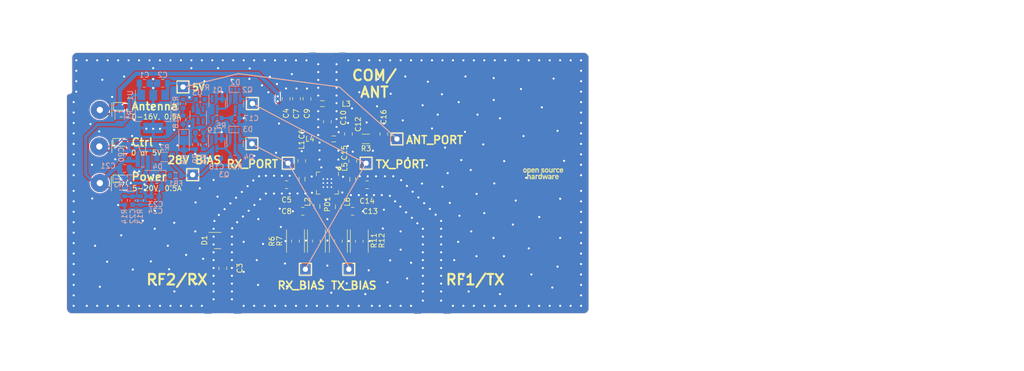
<source format=kicad_pcb>
(kicad_pcb (version 20211014) (generator pcbnew)
  (title_block (title "PIN Switcher") (date "2022-05-03") (rev "v1") (company "petrinm"))
  (layers (0 "F.Cu" signal) (31 "B.Cu" signal) (34 "B.Paste" user) (35 "F.Paste" user) (36 "B.SilkS" user "B.Silkscreen") (37 "F.SilkS" user "F.Silkscreen") (38 "B.Mask" user) (39 "F.Mask" user) (44 "Edge.Cuts" user))
  (net 0 "")
  (net 1 "GND")
  (net 2 "/RX_BIAS")
  (net 3 "Net-(C3-Pad1)")
  (net 4 "Net-(C3-Pad2)")
  (net 5 "Net-(C5-Pad1)")
  (net 6 "/BIAS_VOLTAGE")
  (net 7 "/TX_PORT")
  (net 8 "/RX_PORT")
  (net 9 "Net-(L2-Pad2)")
  (net 10 "Net-(Q1-Pad1)")
  (net 11 "/POWER")
  (net 12 "/PREAMP_BIAS")
  (net 13 "/TX_BIAS")
  (net 14 "+5V")
  (net 15 "/CTRL")
  (net 16 "Net-(R6-Pad2)")
  (net 17 "Net-(C22-Pad2)")
  (net 18 "Net-(R11-Pad2)")
  (net 19 "Net-(C10-Pad1)")
  (net 20 "Net-(C10-Pad2)")
  (net 21 "Net-(C12-Pad2)")
  (net 22 "Net-(C14-Pad2)")
  (net 23 "Net-(C14-Pad1)")
  (net 24 "Net-(C16-Pad2)")
  (net 25 "Net-(C19-Pad1)")
  (net 26 "Net-(C19-Pad2)")
  (net 27 "Net-(D2-Pad2)")
  (net 28 "Net-(D3-Pad1)")
  (net 29 "Net-(D4-Pad2)")
  (net 30 "Net-(L6-Pad1)")
  (net 31 "Net-(C22-Pad1)")
  (net 32 "Net-(D5-Pad2)")
  (net 38 "Net-(D6-Pad2)")
  (net 39 "Net-(D7-Pad2)")
  (net 40 "Net-(D8-Pad1)")
  (net 41 "/Bias Driver/CTRL_")
  (net 43 "Net-(D3-Pad2)")
  (footprint "Capacitor_SMD:C_0805_2012Metric" (layer "F.Cu") (at 122.2 129.3 180)
    (fp_text reference "C5")
    (fp_text value "100p, C0G, 50V")
  )
  (footprint "Capacitor_SMD:C_0805_2012Metric" (layer "F.Cu") (at 130 117.2625 -90)
    (fp_text reference "C10")
    (fp_text value "100p, C0G, 50V")
  )
  (footprint "Inductor_SMD:L_0805_2012Metric" (layer "F.Cu") (at 128 133.4625 90)
    (fp_text reference "L2")
    (fp_text value "100n")
  )
  (footprint "Resistor_SMD:R_2512_6332Metric" (layer "F.Cu") (at 127.9 140.1 -90)
    (fp_text reference "R7")
    (fp_text value "560R, 1.5W")
  )
  (footprint "Capacitor_SMD:C_0805_2012Metric" (layer "F.Cu") (at 137.6 129.325 180)
    (fp_text reference "C14")
    (fp_text value "100p, C0G, 50V")
  )
  (footprint "Inductor_SMD:L_0805_2012Metric" (layer "F.Cu") (at 129.0625 113.8 180)
    (fp_text reference "L3")
    (fp_text value "56n")
  )
  (footprint "Resistor_SMD:R_2512_6332Metric" (layer "F.Cu") (at 123.9 140.1 -90)
    (fp_text reference "R6")
    (fp_text value "560R, 1.5W")
  )
  (footprint "Capacitor_SMD:C_0805_2012Metric" (layer "F.Cu") (at 110 145.3125 -90)
    (fp_text reference "C3")
    (fp_text value "100p, C0G, 50V")
  )
  (footprint "Capacitor_SMD:C_0805_2012Metric" (layer "F.Cu") (at 122.1 112.8625 90)
    (fp_text reference "C4")
    (fp_text value "10n")
  )
  (footprint "Capacitor_SMD:C_0805_2012Metric" (layer "F.Cu") (at 124.1 112.8625 90)
    (fp_text reference "C7")
    (fp_text value "1n")
  )
  (footprint "Capacitor_SMD:C_0805_2012Metric" (layer "F.Cu") (at 126.1 112.8625 90)
    (fp_text reference "C9")
    (fp_text value "100p")
  )
  (footprint "Connector_Coaxial:SMA_Samtec_SMA-J-P-H-ST-EM1_EdgeMount" (layer "F.Cu") (at 130 106.1 90)
    (fp_text reference "P2" hide)
    (fp_text value "N-connector edge")
  )
  (footprint "Connector_Coaxial:SMA_Samtec_SMA-J-P-H-ST-EM1_EdgeMount" (layer "F.Cu") (at 110 151.9 -90)
    (fp_text reference "P1" hide)
    (fp_text value "SMA-connector edge")
  )
  (footprint "Connector_Coaxial:SMA_Samtec_SMA-J-P-H-ST-EM1_EdgeMount" (layer "F.Cu") (at 150.05 151.9 -90)
    (fp_text reference "P3" hide)
    (fp_text value "N-connector edge")
  )
  (footprint "TestPoint:TestPoint_THTPad_2.0x2.0mm_Drill1.0mm" (layer "F.Cu") (at 125.8 145.5)
    (fp_text reference "W4" hide)
    (fp_text value "Wire Jumper")
  )
  (footprint "TestPoint:TestPoint_THTPad_2.0x2.0mm_Drill1.0mm" (layer "F.Cu") (at 115.675 113.775)
    (fp_text reference "W3" hide)
    (fp_text value "Wire Jumper")
  )
  (footprint "Package_TO_SOT_SMD:SOT-23" (layer "F.Cu") (at 109 140)
    (fp_text reference "D1")
    (fp_text value "BAV99")
  )
  (footprint "Capacitor_SMD:C_0805_2012Metric" (layer "F.Cu") (at 125.1 124.75 -90)
    (fp_text reference "C6")
    (fp_text value "10n")
  )
  (footprint "Capacitor_SMD:C_0805_2012Metric" (layer "F.Cu") (at 134.85 124.8 -90)
    (fp_text reference "C15")
    (fp_text value "10n, X7R, 50V")
  )
  (footprint "Capacitor_SMD:C_0805_2012Metric" (layer "F.Cu") (at 140.8 119.6125 -90)
    (fp_text reference "C16")
    (fp_text value "1u, X7R, 50V")
  )
  (footprint "Inductor_SMD:L_0805_2012Metric" (layer "F.Cu") (at 131.2375 120.55)
    (fp_text reference "L4")
    (fp_text value "100n")
  )
  (footprint "Inductor_SMD:L_0805_2012Metric" (layer "F.Cu") (at 134.85 128.3 -90)
    (fp_text reference "L5")
    (fp_text value "100n")
  )
  (footprint "Package_DFN_QFN:QFN-16-1EP_4x4mm_P0.65mm_EP2.15x2.15mm_ThermalVias" (layer "F.Cu") (at 130 129 -90)
    (fp_text reference "PD1")
    (fp_text value "SKY12212-478LF")
  )
  (footprint "Inductor_SMD:L_0805_2012Metric" (layer "F.Cu") (at 125.15 128.25 -90)
    (fp_text reference "L1")
    (fp_text value "100n")
  )
  (footprint "Resistor_SMD:R_1206_3216Metric" (layer "F.Cu") (at 137.35 120.55 180)
    (fp_text reference "R3")
    (fp_text value "30R, 750mW")
  )
  (footprint "Capacitor_SMD:C_0805_2012Metric" (layer "F.Cu") (at 134.025 119.6 -90)
    (fp_text reference "C12")
    (fp_text value "10n, X7R, 50V")
  )
  (footprint "TestPoint:TestPoint_THTPad_2.0x2.0mm_Drill1.0mm" (layer "F.Cu") (at 104.25 127.4)
    (fp_text reference "W3" hide)
    (fp_text value "Wire Jumper")
  )
  (footprint "Connector_Wire:SolderWirePad_1x01_Drill1.2mm" (layer "F.Cu") (at 86.5 115 90)
    (fp_text reference "J1" hide)
    (fp_text value "Conn_01x01")
  )
  (footprint "Connector_Wire:SolderWirePad_1x01_Drill1.2mm" (layer "F.Cu") (at 86.5 129 90)
    (fp_text reference "J2" hide)
    (fp_text value "Conn_01x01")
  )
  (footprint "Connector_Wire:SolderWirePad_1x01_Drill1.2mm" (layer "F.Cu") (at 86.4 122 90)
    (fp_text reference "J3" hide)
    (fp_text value "Conn_01x01")
  )
  (footprint "TestPoint:TestPoint_THTPad_2.0x2.0mm_Drill1.0mm" (layer "F.Cu") (at 143.3 120.56)
    (fp_text reference "W1" hide)
    (fp_text value "Wire Jumper")
  )
  (footprint "TestPoint:TestPoint_THTPad_2.0x2.0mm_Drill1.0mm" (layer "F.Cu") (at 102.4 110.6)
    (fp_text reference "W2" hide)
    (fp_text value "Wire Jumper")
  )
  (footprint "TestPoint:TestPoint_THTPad_2.0x2.0mm_Drill1.0mm" (layer "F.Cu") (at 137.4 125.2)
    (fp_text reference "W5" hide)
    (fp_text value "Wire Jumper")
  )
  (footprint "Resistor_SMD:R_2512_6332Metric" (layer "F.Cu") (at 132.1 140.1 -90)
    (fp_text reference "R11")
    (fp_text value "560R, 1.5W")
  )
  (footprint "TestPoint:TestPoint_THTPad_2.0x2.0mm_Drill1.0mm" (layer "F.Cu") (at 134.1 145.5)
    (fp_text reference "W7" hide)
    (fp_text value "Wire Jumper")
  )
  (footprint "Capacitor_SMD:C_0805_2012Metric" (layer "F.Cu") (at 125.3 134.4)
    (fp_text reference "C8")
    (fp_text value "10n")
  )
  (footprint "Capacitor_SMD:C_0805_2012Metric" (layer "F.Cu") (at 134.8375 134.4 180)
    (fp_text reference "C13")
    (fp_text value "10n")
  )
  (footprint "Inductor_SMD:L_0805_2012Metric" (layer "F.Cu") (at 132.1 133.5375 -90)
    (fp_text reference "L6")
    (fp_text value "820n")
  )
  (footprint "Resistor_SMD:R_0805_2012Metric" (layer "F.Cu") (at 123.9 140.1 -90)
    (fp_text reference "R6" hide)
    (fp_text value "560R, 1.5W")
  )
  (footprint "Resistor_SMD:R_0805_2012Metric" (layer "F.Cu") (at 127.9 140.1 -90)
    (fp_text reference "R7" hide)
    (fp_text value "560R, 1.5W")
  )
  (footprint "Resistor_SMD:R_0805_2012Metric" (layer "F.Cu") (at 132.1 140.1 -90)
    (fp_text reference "R11" hide)
    (fp_text value "560R, 1.5W")
  )
  (footprint "Resistor_SMD:R_2512_6332Metric" (layer "F.Cu") (at 136.1 140.1 -90)
    (fp_text reference "R12")
    (fp_text value "560R, 1.5W")
  )
  (footprint "Resistor_SMD:R_0805_2012Metric" (layer "F.Cu") (at 136.1 140.1375 -90)
    (fp_text reference "R12" hide)
    (fp_text value "560R, 1.5W")
  )
  (footprint "Symbol:OSHW-Logo_7.5x8mm_SilkScreen" (layer "F.Cu") (at 171.25 124.25)
    (fp_text reference "REF**" hide)
    (fp_text value "OSHW-Logo_7.5x8mm_SilkScreen" hide)
  )
  (footprint "TestPoint:TestPoint_THTPad_2.0x2.0mm_Drill1.0mm" (layer "F.Cu") (at 115.575 121.475)
    (fp_text reference "W8" hide)
    (fp_text value "Wire Jumper")
  )
  (footprint "Resistor_SMD:R_0603_1608Metric" (layer "F.Cu") (at 90.5 129.8 180)
    (fp_text reference "R15" hide)
    (fp_text value "10k")
  )
  (footprint "Resistor_SMD:R_0603_1608Metric" (layer "F.Cu") (at 90.6 115.8 180)
    (fp_text reference "R16" hide)
    (fp_text value "10k")
  )
  (footprint "LED_SMD:LED_0603_1608Metric" (layer "F.Cu") (at 90.6 114.32)
    (fp_text reference "D6" hide)
    (fp_text value "LED")
  )
  (footprint "Resistor_SMD:R_0603_1608Metric" (layer "F.Cu") (at 90.5 122.8 180)
    (fp_text reference "R17" hide)
    (fp_text value "2k")
  )
  (footprint "TestPoint:TestPoint_THTPad_2.0x2.0mm_Drill1.0mm" (layer "F.Cu") (at 122.5 125.2)
    (fp_text reference "W6" hide)
    (fp_text value "Wire Jumper")
  )
  (footprint "LED_SMD:LED_0603_1608Metric" (layer "F.Cu") (at 90.5 121.2)
    (fp_text reference "D7" hide)
    (fp_text value "LED")
  )
  (footprint "LED_SMD:LED_0603_1608Metric" (layer "F.Cu") (at 90.5 128.2)
    (fp_text reference "D5" hide)
    (fp_text value "LED")
  )
  (footprint "Capacitor_SMD:C_0603_1608Metric" (layer "B.Cu") (at 112.375 116.575)
    (fp_text reference "C17")
    (fp_text value "100n")
  )
  (footprint "Resistor_SMD:R_1206_3216Metric" (layer "B.Cu") (at 90.3 116.15 -90)
    (fp_text reference "R1")
    (fp_text value "0R")
  )
  (footprint "Resistor_SMD:R_1206_3216Metric" (layer "B.Cu") (at 98.85 124 180)
    (fp_text reference "R2")
    (fp_text value "0R")
  )
  (footprint "Resistor_SMD:R_0603_1608Metric" (layer "B.Cu") (at 105.68125 112.98125)
    (fp_text reference "R4")
    (fp_text value "1k")
  )
  (footprint "Resistor_SMD:R_0603_1608Metric" (layer "B.Cu") (at 108.925 116.575)
    (fp_text reference "R5")
    (fp_text value "2k")
  )
  (footprint "Capacitor_SMD:C_0603_1608Metric" (layer "B.Cu") (at 92.775 132.35 90)
    (fp_text reference "C22")
    (fp_text value "220p")
  )
  (footprint "Resistor_SMD:R_0603_1608Metric" (layer "B.Cu") (at 94.275 132.35 -90)
    (fp_text reference "R13")
    (fp_text value "300k")
  )
  (footprint "Resistor_SMD:R_0603_1608Metric" (layer "B.Cu") (at 91.225 132.35 -90)
    (fp_text reference "R14")
    (fp_text value "13k3")
  )
  (footprint "Package_TO_SOT_SMD:SOT-23-5" (layer "B.Cu") (at 92.425 129 180)
    (fp_text reference "U2")
    (fp_text value "LM27313XMF")
  )
  (footprint "Diode_SMD:D_SOD-123" (layer "B.Cu") (at 96.875 127.6 180)
    (fp_text reference "D4")
    (fp_text value "MBR0540")
  )
  (footprint "Package_TO_SOT_SMD:SOT-23" (layer "B.Cu") (at 112.4 113.8 -90)
    (fp_text reference "Q2")
    (fp_text value "SMBT2222A")
  )
  (footprint "Capacitor_SMD:C_0805_2012Metric" (layer "B.Cu") (at 95 109.9)
    (fp_text reference "C1")
    (fp_text value "1u")
  )
  (footprint "Capacitor_SMD:C_0805_2012Metric" (layer "B.Cu") (at 98.5 109.9 180)
    (fp_text reference "C2")
    (fp_text value "1u")
  )
  (footprint "Package_TO_SOT_SMD:SOT-23" (layer "B.Cu") (at 108.93125 113.8 -90)
    (fp_text reference "Q1")
    (fp_text value "SMBT2222A")
  )
  (footprint "Resistor_SMD:R_0603_1608Metric" (layer "B.Cu") (at 112.325 124.225)
    (fp_text reference "R10")
    (fp_text value "2k")
  )
  (footprint "Package_TO_SOT_SMD:SOT-23" (layer "B.Cu") (at 108.85 121.45 -90)
    (fp_text reference "Q3")
    (fp_text value "SMBT2222A")
  )
  (footprint "Capacitor_SMD:C_0603_1608Metric" (layer "B.Cu") (at 108.825 124.23125 180)
    (fp_text reference "C18")
    (fp_text value "100n")
  )
  (footprint "Capacitor_SMD:C_0603_1608Metric" (layer "B.Cu") (at 105.53125 119.33125 180)
    (fp_text reference "C19")
    (fp_text value "200p")
  )
  (footprint "Resistor_SMD:R_0603_1608Metric" (layer "B.Cu") (at 106.33125 121.65625 90)
    (fp_text reference "R8")
    (fp_text value "22k")
  )
  (footprint "Package_TO_SOT_SMD:SOT-23" (layer "B.Cu") (at 112.35 121.45 -90)
    (fp_text reference "Q4")
    (fp_text value "SMBT2222A")
  )
  (footprint "Capacitor_SMD:C_0805_2012Metric" (layer "B.Cu") (at 91.225 126.2)
    (fp_text reference "C21")
    (fp_text value "2u2, X7R, 50V")
  )
  (footprint "Capacitor_SMD:C_0603_1608Metric" (layer "B.Cu") (at 97.075 131.6 180)
    (fp_text reference "C24")
    (fp_text value "?")
  )
  (footprint "Capacitor_SMD:C_0603_1608Metric" (layer "B.Cu") (at 92.1 123.6 90)
    (fp_text reference "C20")
    (fp_text value "?")
  )
  (footprint "Capacitor_SMD:C_0805_2012Metric" (layer "B.Cu") (at 97.3375 129.8 180)
    (fp_text reference "C23")
    (fp_text value "4u7, X7R, 50V")
  )
  (footprint "Resistor_SMD:R_0603_1608Metric" (layer "B.Cu") (at 104.75625 121.68125 90)
    (fp_text reference "R9")
    (fp_text value "220k")
  )
  (footprint "Inductor_SMD:L_Wuerth_MAPI-2508" (layer "B.Cu") (at 94.725 124.8)
    (fp_text reference "L7")
    (fp_text value "10u, >600mA")
  )
  (footprint "Diode_SMD:D_SOD-523" (layer "B.Cu") (at 112.4 111.05)
    (fp_text reference "D2")
    (fp_text value "SMP1302-079LF")
  )
  (footprint "Diode_SMD:D_SOD-523" (layer "B.Cu") (at 112.35 118.75)
    (fp_text reference "D3")
    (fp_text value "SMP1302-079LF")
  )
  (footprint "Package_TO_SOT_SMD:SOT-223-3_TabPin2" (layer "B.Cu") (at 96.7 115.3 -90)
    (fp_text reference "U1")
    (fp_text value "LM2937IMP-5.0/NOPB")
  )
  (footprint "Resistor_SMD:R_0603_1608Metric" (layer "B.Cu") (at 102.4 116.9 -90)
    (fp_text reference "R18")
    (fp_text value "10k")
  )
  (footprint "Package_TO_SOT_SMD:SOT-23-5" (layer "B.Cu") (at 105.3 116 90)
    (fp_text reference "U3")
    (fp_text value "SN74LVC1G17")
  )
  (footprint "Diode_SMD:D_SOD-123" (layer "B.Cu") (at 102.6 121 -90)
    (fp_text reference "D8")
    (fp_text value "Zener 5.1V")
  )
  (footprint "Resistor_SMD:R_0603_1608Metric" (layer "B.Cu") (at 102.4 113.8 90)
    (fp_text reference "R19")
    (fp_text value "0")
  )
  (footprint "Inductor_SMD:L_0805_2012Metric" (layer "B.Cu") (at 101 127.55 180)
    (fp_text reference "FB1")
    (fp_text value "Ferrite bead, 1k @100MHz")
  )
  (gr_line (start 137.35 125.25) (end 125.8 145.45) (layer "B.SilkS") (width 0.2))
  (gr_line (start 143.3 120.5) (end 132.3 110.6) (layer "B.SilkS") (width 0.2))
  (gr_line (start 115.575 121.5) (end 122.5 125.15) (layer "B.SilkS") (width 0.2))
  (gr_line (start 113 108.05) (end 102.45 110.65) (layer "B.SilkS") (width 0.2))
  (gr_line (start 132.3 110.6) (end 113 108.05) (layer "B.SilkS") (width 0.2))
  (gr_line (start 122.5 125.15) (end 134.3 145.3) (layer "B.SilkS") (width 0.2))
  (gr_line (start 137.35 125.25) (end 115.675 113.8) (layer "B.SilkS") (width 0.2))
  (gr_line (start 88.7 130.5) (end 88.7 127.7) (layer "F.SilkS") (width 0.12))
  (gr_line (start 88.8 123.2) (end 88.8 120.8) (layer "F.SilkS") (width 0.12))
  (gr_line (start 88.8 116.25) (end 88.8 113.65) (layer "F.SilkS") (width 0.12))
  (gr_circle (center 132.3 126.2) (end 132.4 126.2) (layer "F.SilkS") (width 0.3) (fill none))
  (gr_line (start 81.15 105) (end 81.15 111.4) (layer "Edge.Cuts") (width 0.05))
  (gr_arc (start 180 153) (mid 179.707107 153.707107) (end 179 154) (layer "Edge.Cuts") (width 0.05))
  (gr_line (start 179 154) (end 81.15 154) (layer "Edge.Cuts") (width 0.05))
  (gr_line (start 80.15 112.4) (end 80.15 153) (layer "Edge.Cuts") (width 0.05))
  (gr_line (start 180 105) (end 180 153) (layer "Edge.Cuts") (width 0.05))
  (gr_arc (start 179 104) (mid 179.707107 104.292893) (end 180 105) (layer "Edge.Cuts") (width 0.05))
  (gr_arc (start 81.15 105) (mid 81.442893 104.292893) (end 82.15 104) (layer "Edge.Cuts") (width 0.05))
  (gr_line (start 82.15 104) (end 179 104) (layer "Edge.Cuts") (width 0.05))
  (gr_arc (start 81.15 111.4) (mid 81.003553 111.753553) (end 80.65 111.9) (layer "Edge.Cuts") (width 0.05))
  (gr_arc (start 80.15 112.4) (mid 80.296447 112.046447) (end 80.65 111.9) (layer "Edge.Cuts") (width 0.05))
  (gr_arc (start 81.15 154) (mid 80.442893 153.707107) (end 80.15 153) (layer "Edge.Cuts") (width 0.05))
  (gr_text "Ctrl" (at 92.4 121.2) (layer "F.SilkS") (effects (font (size 1.5 1.5) (thickness 0.3)) (justify left)))
  (gr_text "TX_BIAS" (at 135.05 148.6) (layer "F.SilkS") (effects (font (size 1.5 1.5) (thickness 0.3))))
  (gr_text "5-20V, 0.5A" (at 92.6 130) (layer "F.SilkS") (effects (font (size 1 1)) (justify left)))
  (gr_text "28V BIAS" (at 104.55 124.6) (layer "F.SilkS") (effects (font (size 1.5 1.5) (thickness 0.3))))
  (gr_text "0 or 5V" (at 92.4 123.2) (layer "F.SilkS") (effects (font (size 1 1)) (justify left)))
  (gr_text "RX_BIAS" (at 125 148.6) (layer "F.SilkS") (effects (font (size 1.5 1.5) (thickness 0.3))))
  (gr_text "Power" (at 92.4 127.8) (layer "F.SilkS") (effects (font (size 1.5 1.5) (thickness 0.3)) (justify left)))
  (gr_text "RF1/TX" (at 158.25 147.5) (layer "F.SilkS") (effects (font (size 2 2) (thickness 0.4))))
  (gr_text "ANT_PORT" (at 150.5 120.75) (layer "F.SilkS") (effects (font (size 1.5 1.5) (thickness 0.3))))
  (gr_text "Antenna" (at 92.4 114.3) (layer "F.SilkS") (effects (font (size 1.5 1.5) (thickness 0.3)) (justify left)))
  (gr_text "0-16V, 0.5A" (at 92.5 116.3) (layer "F.SilkS") (effects (font (size 1 1)) (justify left)))
  (gr_text "TX_PORT" (at 144 125.4) (layer "F.SilkS") (effects (font (size 1.5 1.5) (thickness 0.3))))
  (gr_text "5V" (at 105.35 110.7) (layer "F.SilkS") (effects (font (size 1.27 1.27) (thickness 0.3))))
  (gr_text "RF2/RX" (at 101.25 147.5) (layer "F.SilkS") (effects (font (size 2 2) (thickness 0.4))))
  (gr_text "COM/\nANT" (at 139 110) (layer "F.SilkS") (effects (font (size 2 2) (thickness 0.4))))
  (gr_text "RX_PORT" (at 120.75 125.35) (layer "F.SilkS") (effects (font (size 1.5 1.5) (thickness 0.3)) (justify right)))
  (segment (start 129.675 126.709994) (end 129.675 127.1625) (width 0.25) (layer "F.Cu") (net 1))
  (segment (start 124.1 111.925) (end 124.1 110.9) (width 0.6) (layer "F.Cu") (net 1))
  (segment (start 125.1 124.025) (end 125.1 122.9) (width 0.6) (layer "F.Cu") (net 1))
  (segment (start 128.965006 126) (end 129.675 126.709994) (width 0.25) (layer "F.Cu") (net 1))
  (segment (start 122.1 111.925) (end 122.1 110.9) (width 0.6) (layer "F.Cu") (net 1))
  (segment (start 126.1 111.925) (end 126.1 110.9) (width 0.6) (layer "F.Cu") (net 1))
  (segment (start 135.775 134.4) (end 136.8 134.4) (width 0.6) (layer "F.Cu") (net 1))
  (segment (start 130.975 127.1625) (end 130.975 126.775) (width 0.25) (layer "F.Cu") (net 1))
  (segment (start 140.8 118.675) (end 140.8 117.6) (width 0.8) (layer "F.Cu") (net 1))
  (segment (start 133.95 118.675) (end 133.95 117.5) (width 0.8) (layer "F.Cu") (net 1))
  (segment (start 128.85 126) (end 128.965006 126) (width 0.25) (layer "F.Cu") (net 1))
  (segment (start 134.85 124.0625) (end 134.85 123) (width 0.6) (layer "F.Cu") (net 1))
  (segment (start 130.975 126.775) (end 131.75 126) (width 0.25) (layer "F.Cu") (net 1))
  (via (at 158 152.5) (size 0.8) (drill 0.4) (layers "F.Cu" "B.Cu") (net 1))
  (via (at 154 152.5) (size 0.8) (drill 0.4) (layers "F.Cu" "B.Cu") (net 1))
  (via (at 162 152.5) (size 0.8) (drill 0.4) (layers "F.Cu" "B.Cu") (net 1))
  (via (at 164 152.5) (size 0.8) (drill 0.4) (layers "F.Cu" "B.Cu") (net 1))
  (via (at 160 152.5) (size 0.8) (drill 0.4) (layers "F.Cu" "B.Cu") (net 1))
  (via (at 156 152.5) (size 0.8) (drill 0.4) (layers "F.Cu" "B.Cu") (net 1))
  (via (at 118.24 131.01) (size 0.8) (drill 0.4) (layers "F.Cu" "B.Cu") (net 1))
  (via (at 119.8 131.01) (size 0.8) (drill 0.4) (layers "F.Cu" "B.Cu") (net 1))
  (via (at 121.3 131) (size 0.8) (drill 0.4) (layers "F.Cu" "B.Cu") (net 1))
  (via (at 122.8 131) (size 0.8) (drill 0.4) (layers "F.Cu" "B.Cu") (net 1))
  (via (at 124.3 131) (size 0.8) (drill 0.4) (layers "F.Cu" "B.Cu") (net 1))
  (via (at 125.8 131) (size 0.8) (drill 0.4) (layers "F.Cu" "B.Cu") (net 1))
  (via (at 148.25 137.75) (size 0.8) (drill 0.4) (layers "F.Cu" "B.Cu") (net 1))
  (via (at 128.25 109.25) (size 0.8) (drill 0.4) (layers "F.Cu" "B.Cu") (net 1))
  (via (at 131.75 109.25) (size 0.8) (drill 0.4) (layers "F.Cu" "B.Cu") (net 1))
  (via (at 128.25 107.75) (size 0.8) (drill 0.4) (layers "F.Cu" "B.Cu") (net 1))
  (via (at 131.75 107.75) (size 0.8) (drill 0.4) (layers "F.Cu" "B.Cu") (net 1))
  (via (at 131.75 110.75) (size 0.8) (drill 0.4) (layers "F.Cu" "B.Cu") (net 1))
  (via (at 131.75 112.25) (size 0.8) (drill 0.4) (layers "F.Cu" "B.Cu") (net 1))
  (via (at 128.25 112.25) (size 0.8) (drill 0.4) (layers "F.Cu" "B.Cu") (net 1))
  (via (at 128.25 110.75) (size 0.8) (drill 0.4) (layers "F.Cu" "B.Cu") (net 1))
  (via (at 128.25 115.25) (size 0.8) (drill 0.4) (layers "F.Cu" "B.Cu") (net 1))
  (via (at 131.75 115.25) (size 0.8) (drill 0.4) (layers "F.Cu" "B.Cu") (net 1))
  (via (at 128.25 116.8) (size 0.8) (drill 0.4) (layers "F.Cu" "B.Cu") (net 1))
  (via (at 128.25 118.3) (size 0.8) (drill 0.4) (layers "F.Cu" "B.Cu") (net 1))
  (via (at 128.25 119.8) (size 0.8) (drill 0.4) (layers "F.Cu" "B.Cu") (net 1))
  (via (at 131.75 116.75) (size 0.8) (drill 0.4) (layers "F.Cu" "B.Cu") (net 1))
  (via (at 131.75 118.25) (size 0.8) (drill 0.4) (layers "F.Cu" "B.Cu") (net 1))
  (via (at 128.25 106.25) (size 0.8) (drill 0.4) (layers "F.Cu" "B.Cu") (net 1))
  (via (at 131.75 106.25) (size 0.8) (drill 0.4) (layers "F.Cu" "B.Cu") (net 1))
  (via (at 109.25 135.1) (size 0.8) (drill 0.4) (layers "F.Cu" "B.Cu") (net 1))
  (via (at 110.35 134) (size 0.8) (drill 0.4) (layers "F.Cu" "B.Cu") (net 1))
  (via (at 111.45 132.9) (size 0.8) (drill 0.4) (layers "F.Cu" "B.Cu") (net 1))
  (via (at 112.55 131.8) (size 0.8) (drill 0.4) (layers "F.Cu" "B.Cu") (net 1))
  (via (at 113.65 130.7) (size 0.8) (drill 0.4) (layers "F.Cu" "B.Cu") (net 1))
  (via (at 114.75 129.6) (size 0.8) (drill 0.4) (layers "F.Cu" "B.Cu") (net 1))
  (via (at 115.85 128.5) (size 0.8) (drill 0.4) (layers "F.Cu" "B.Cu") (net 1))
  (via (at 116.95 127.7) (size 0.8) (drill 0.4) (layers "F.Cu" "B.Cu") (net 1))
  (via (at 119.8 127.6) (size 0.8) (drill 0.4) (layers "F.Cu" "B.Cu") (net 1))
  (via (at 118.25 127.6) (size 0.8) (drill 0.4) (layers "F.Cu" "B.Cu") (net 1))
  (via (at 140.4 131.3) (size 0.8) (drill 0.4) (layers "F.Cu" "B.Cu") (net 1))
  (via (at 138.9 131.3) (size 0.8) (drill 0.4) (layers "F.Cu" "B.Cu") (net 1))
  (via (at 137.5 131.3) (size 0.8) (drill 0.4) (layers "F.Cu" "B.Cu") (net 1))
  (via (at 136 131.3) (size 0.8) (drill 0.4) (layers "F.Cu" "B.Cu") (net 1))
  (via (at 134.5 131.3) (size 0.8) (drill 0.4) (layers "F.Cu" "B.Cu") (net 1))
  (via (at 142.6 127.7) (size 0.8) (drill 0.4) (layers "F.Cu" "B.Cu") (net 1))
  (via (at 137.7 127.7) (size 0.8) (drill 0.4) (layers "F.Cu" "B.Cu") (net 1))
  (via (at 121.3 127.6) (size 0.8) (drill 0.4) (layers "F.Cu" "B.Cu") (net 1))
  (via (at 122.8 127.6) (size 0.8) (drill 0.4) (layers "F.Cu" "B.Cu") (net 1))
  (via (at 132.85 130.8) (size 0.8) (drill 0.4) (layers "F.Cu" "B.Cu") (net 1))
  (via (at 133 127.8) (size 0.8) (drill 0.4) (layers "F.Cu" "B.Cu") (net 1))
  (via (at 131.75 113.7) (size 0.8) (drill 0.4) (layers "F.Cu" "B.Cu") (net 1))
  (via (at 128.5 121.25) (size 0.8) (drill 0.4) (layers "F.Cu" "B.Cu") (net 1))
  (via (at 128.5 122.75) (size 0.8) (drill 0.4) (layers "F.Cu" "B.Cu") (net 1))
  (via (at 128.5 124.5) (size 0.8) (drill 0.4) (layers "F.Cu" "B.Cu") (net 1))
  (via (at 132.1 124.5) (size 0.8) (drill 0.4) (layers "F.Cu" "B.Cu") (net 1))
  (via (at 132.1 122.8) (size 0.8) (drill 0.4) (layers "F.Cu" "B.Cu") (net 1))
  (via (at 140.8 117.6) (size 0.8) (drill 0.4) (layers "F.Cu" "B.Cu") (net 1))
  (via (at 117.7 140.65) (size 0.8) (drill 0.4) (layers "F.Cu" "B.Cu") (net 1))
  (via (at 122 140.1) (size 0.8) (drill 0.4) (layers "F.Cu" "B.Cu") (net 1))
  (via (at 140.6 137.7) (size 0.8) (drill 0.4) (layers "F.Cu" "B.Cu") (net 1))
  (via (at 121.9 144.4) (size 0.8) (drill 0.4) (layers "F.Cu" "B.Cu") (net 1))
  (via (at 92 152.5) (size 0.8) (drill 0.4) (layers "F.Cu" "B.Cu") (net 1))
  (via (at 90 152.5) (size 0.8) (drill 0.4) (layers "F.Cu" "B.Cu") (net 1))
  (via (at 88 152.5) (size 0.8) (drill 0.4) (layers "F.Cu" "B.Cu") (net 1))
  (via (at 86 152.5) (size 0.8) (drill 0.4) (layers "F.Cu" "B.Cu") (net 1))
  (via (at 84 152.5) (size 0.8) (drill 0.4) (layers "F.Cu" "B.Cu") (net 1))
  (via (at 81.5 152.5) (size 0.8) (drill 0.4) (layers "F.Cu" "B.Cu") (net 1))
  (via (at 92 105.5) (size 0.8) (drill 0.4) (layers "F.Cu" "B.Cu") (net 1))
  (via (at 90 105.5) (size 0.8) (drill 0.4) (layers "F.Cu" "B.Cu") (net 1))
  (via (at 88 105.5) (size 0.8) (drill 0.4) (layers "F.Cu" "B.Cu") (net 1))
  (via (at 86 105.5) (size 0.8) (drill 0.4) (layers "F.Cu" "B.Cu") (net 1))
  (via (at 84 105.5) (size 0.8) (drill 0.4) (layers "F.Cu" "B.Cu") (net 1))
  (via (at 82 105.5) (size 0.8) (drill 0.4) (layers "F.Cu" "B.Cu") (net 1))
  (via (at 168.5 105.5) (size 0.8) (drill 0.4) (layers "F.Cu" "B.Cu") (net 1))
  (via (at 176.5 105.5) (size 0.8) (drill 0.4) (layers "F.Cu" "B.Cu") (net 1))
  (via (at 174.5 105.5) (size 0.8) (drill 0.4) (layers "F.Cu" "B.Cu") (net 1))
  (via (at 172.5 105.5) (size 0.8) (drill 0.4) (layers "F.Cu" "B.Cu") (net 1))
  (via (at 170.5 105.5) (size 0.8) (drill 0.4) (layers "F.Cu" "B.Cu") (net 1))
  (via (at 166.5 105.5) (size 0.8) (drill 0.4) (layers "F.Cu" "B.Cu") (net 1))
  (via (at 178.5 142.5) (size 0.8) (drill 0.4) (layers "F.Cu" "B.Cu") (net 1))
  (via (at 178.5 146.5) (size 0.8) (drill 0.4) (layers "F.Cu" "B.Cu") (net 1))
  (via (at 178.5 130.5) (size 0.8) (drill 0.4) (layers "F.Cu" "B.Cu") (net 1))
  (via (at 178.5 150.5) (size 0.8) (drill 0.4) (layers "F.Cu" "B.Cu") (net 1))
  (via (at 178.5 144.5) (size 0.8) (drill 0.4) (layers "F.Cu" "B.Cu") (net 1))
  (via (at 178.5 134.5) (size 0.8) (drill 0.4) (layers "F.Cu" "B.Cu") (net 1))
  (via (at 178.5 132.5) (size 0.8) (drill 0.4) (layers "F.Cu" "B.Cu") (net 1))
  (via (at 178.5 138.5) (size 0.8) (drill 0.4) (layers "F.Cu" "B.Cu") (net 1))
  (via (at 178.5 136.5) (size 0.8) (drill 0.4) (layers "F.Cu" "B.Cu") (net 1))
  (via (at 178.5 140.5) (size 0.8) (drill 0.4) (layers "F.Cu" "B.Cu") (net 1))
  (via (at 178.5 148.5) (size 0.8) (drill 0.4) (layers "F.Cu" "B.Cu") (net 1))
  (via (at 178.5 152.5) (size 0.8) (drill 0.4) (layers "F.Cu" "B.Cu") (net 1))
  (via (at 168.5 152.5) (size 0.8) (drill 0.4) (layers "F.Cu" "B.Cu") (net 1))
  (via (at 172.5 152.5) (size 0.8) (drill 0.4) (layers "F.Cu" "B.Cu") (net 1))
  (via (at 176.5 152.5) (size 0.8) (drill 0.4) (layers "F.Cu" "B.Cu") (net 1))
  (via (at 174.5 152.5) (size 0.8) (drill 0.4) (layers "F.Cu" "B.Cu") (net 1))
  (via (at 170.5 152.5) (size 0.8) (drill 0.4) (layers "F.Cu" "B.Cu") (net 1))
  (via (at 167.5 120) (size 0.8) (drill 0.4) (layers "F.Cu" "B.Cu") (net 1))
  (via (at 171 114.5) (size 0.8) (drill 0.4) (layers "F.Cu" "B.Cu") (net 1))
  (via (at 167 111) (size 0.8) (drill 0.4) (layers "F.Cu" "B.Cu") (net 1))
  (via (at 174 119) (size 0.8) (drill 0.4) (layers "F.Cu" "B.Cu") (net 1))
  (via (at 175.25 124.75) (size 0.8) (drill 0.4) (layers "F.Cu" "B.Cu") (net 1))
  (via (at 168 128) (size 0.8) (drill 0.4) (layers "F.Cu" "B.Cu") (net 1))
  (via (at 174.5 132) (size 0.8) (drill 0.4) (layers "F.Cu" "B.Cu") (net 1))
  (via (at 170.5 135.5) (size 0.8) (drill 0.4) (layers "F.Cu" "B.Cu") (net 1))
  (via (at 174.5 139.5) (size 0.8) (drill 0.4) (layers "F.Cu" "B.Cu") (net 1))
  (via (at 168.5 141.5) (size 0.8) (drill 0.4) (layers "F.Cu" "B.Cu") (net 1))
  (via (at 169 146.5) (size 0.8) (drill 0.4) (layers "F.Cu" "B.Cu") (net 1))
  (via (at 174 145) (size 0.8) (drill 0.4) (layers "F.Cu" "B.Cu") (net 1))
  (via (at 173 149) (size 0.8) (drill 0.4) (layers "F.Cu" "B.Cu") (net 1))
  (via (at 106.5 109.5) (size 0.8) (drill 0.4) (layers "F.Cu" "B.Cu") (net 1))
  (via (at 92.675 119.975) (size 0.8) (drill 0.4) (layers "F.Cu" "B.Cu") (net 1))
  (via (at 100.7 118.8) (size 0.8) (drill 0.4) (layers "F.Cu" "B.Cu") (net 1))
  (via (at 103.63125 112.58125) (size 0.8) (drill 0.4) (layers "F.Cu" "B.Cu") (net 1))
  (via (at 92.8 145.55) (size 0.8) (drill 0.4) (layers "F.Cu" "B.Cu") (net 1))
  (via (at 87.9 144.05) (size 0.8) (drill 0.4) (layers "F.Cu" "B.Cu") (net 1))
  (via (at 86.5 148.85) (size 0.8) (drill 0.4) (layers "F.Cu" "B.Cu") (net 1))
  (via (at 109.8 119.25) (size 0.8) (drill 0.4) (layers "F.Cu" "B.Cu") (net 1))
  (via (at 120.2 123.2) (size 0.8) (drill 0.4) (layers "F.Cu" "B.Cu") (net 1))
  (via (at 120.75 117.6) (size 0.8) (drill 0.4) (layers "F.Cu" "B.Cu") (net 1))
  (via (at 108.25 128.4) (size 0.8) (drill 0.4) (layers "F.Cu" "B.Cu") (net 1))
  (via (at 105.6 130) (size 0.8) (drill 0.4) (layers "F.Cu" "B.Cu") (net 1))
  (via (at 85.05 131.95) (size 0.8) (drill 0.4) (layers "F.Cu" "B.Cu") (net 1))
  (via (at 96.7 109.1) (size 0.8) (drill 0.4) (layers "F.Cu" "B.Cu") (net 1))
  (via (at 98 118.6) (size 0.8) (drill 0.4) (layers "F.Cu" "B.Cu") (net 1))
  (via (at 96.7 118.6) (size 0.8) (drill 0.4) (layers "F.Cu" "B.Cu") (net 1))
  (via (at 96.7 107) (size 0.8) (drill 0.4) (layers "F.Cu" "B.Cu") (net 1))
  (via (at 173.25 109) (size 0.8) (drill 0.4) (layers "F.Cu" "B.Cu") (net 1))
  (via (at 145.25 147.25) (size 0.8) (drill 0.4) (layers "F.Cu" "B.Cu") (net 1))
  (via (at 81.5 119.5) (size 0.8) (drill 0.4) (layers "F.Cu" "B.Cu") (net 1))
  (via (at 115.1 109.05) (size 0.8) (drill 0.4) (layers "F.Cu" "B.Cu") (net 1))
  (via (at 178.5 123.5) (size 0.8) (drill 0.4) (layers "F.Cu" "B.Cu") (net 1))
  (via (at 114.03125 116.58125) (size 0.8) (drill 0.4) (layers "F.Cu" "B.Cu") (net 1))
  (via (at 133.95 117.5) (size 0.8) (drill 0.4) (layers "F.Cu" "B.Cu") (net 1))
  (via (at 138.7 122.8) (size 0.8) (drill 0.4) (layers "F.Cu" "B.Cu") (net 1))
  (via (at 178.5 115.5) (size 0.8) (drill 0.4) (layers "F.Cu" "B.Cu") (net 1))
  (via (at 116.8 135.9) (size 0.8) (drill 0.4) (layers "F.Cu" "B.Cu") (net 1))
  (via (at 96.25 144) (size 0.8) (drill 0.4) (layers "F.Cu" "B.Cu") (net 1))
  (via (at 95.4 118.6) (size 0.8) (drill 0.4) (layers "F.Cu" "B.Cu") (net 1))
  (via (at 111.75 139.25) (size 0.8) (drill 0.4) (layers "F.Cu" "B.Cu") (net 1))
  (via (at 136 152.5) (size 0.8) (drill 0.4) (layers "F.Cu" "B.Cu") (net 1))
  (via (at 151.75 142.25) (size 0.8) (drill 0.4) (layers "F.Cu" "B.Cu") (net 1))
  (via (at 81.5 121.5) (size 0.8) (drill 0.4) (layers "F.Cu" "B.Cu") (net 1))
  (via (at 111.75 151.25) (size 0.8) (drill 0.4) (layers "F.Cu" "B.Cu") (net 1))
  (via (at 104 152.5) (size 0.8) (drill 0.4) (layers "F.Cu" "B.Cu") (net 1))
  (via (at 108.25 137.75) (size 0.8) (drill 0.4) (layers "F.Cu" "B.Cu") (net 1))
  (via (at 122.25 148.75) (size 0.8) (drill 0.4) (layers "F.Cu" "B.Cu") (net 1))
  (via (at 109.9 111.6) (size 0.8) (drill 0.4) (layers "F.Cu" "B.Cu") (net 1))
  (via (at 108.25 143.75) (size 0.8) (drill 0.4) (layers "F.Cu" "B.Cu") (net 1))
  (via (at 148.25 145.25) (size 0.8) (drill 0.4) (layers "F.Cu" "B.Cu") (net 1))
  (via (at 90.6 139) (size 0.8) (drill 0.4) (layers "F.Cu" "B.Cu") (net 1))
  (via (at 126 105.5) (size 0.8) (drill 0.4) (layers "F.Cu" "B.Cu") (net 1))
  (via (at 116 152.5) (size 0.8) (drill 0.4) (layers "F.Cu" "B.Cu") (net 1))
  (via (at 131.75 126) (size 0.8) (drill 0.4) (layers "F.Cu" "B.Cu") (net 1))
  (via (at 103 142.75) (size 0.8) (drill 0.4) (layers "F.Cu" "B.Cu") (net 1))
  (via (at 122 105.5) (size 0.8) (drill 0.4) (layers "F.Cu" "B.Cu") (net 1))
  (via (at 108.4 136.25) (size 0.8) (drill 0.4) (layers "F.Cu" "B.Cu") (net 1))
  (via (at 148.25 149.75) (size 0.8) (drill 0.4) (layers "F.Cu" "B.Cu") (net 1))
  (via (at 81.5 115.5) (size 0.8) (drill 0.4) (layers "F.Cu" "B.Cu") (net 1))
  (via (at 96.7 110.8) (size 0.8) (drill 0.4) (layers "F.Cu" "B.Cu") (net 1))
  (via (at 81.5 130.5) (size 0.8) (drill 0.4) (layers "F.Cu" "B.Cu") (net 1))
  (via (at 85.6 141) (size 0.8) (drill 0.4) (layers "F.Cu" "B.Cu") (net 1))
  (via (at 166.01 132.34) (size 0.8) (drill 0.4) (layers "F.Cu" "B.Cu") (net 1))
  (via (at 138 105.5) (size 0.8) (drill 0.4) (layers "F.Cu" "B.Cu") (net 1))
  (via (at 148.25 142.25) (size 0.8) (drill 0.4) (layers "F.Cu" "B.Cu") (net 1))
  (via (at 111.75 146.75) (size 0.8) (drill 0.4) (layers "F.Cu" "B.Cu") (net 1))
  (via (at 151.75 143.75) (size 0.8) (drill 0.4) (layers "F.Cu" "B.Cu") (net 1))
  (via (at 146.3 130.65) (size 0.8) (drill 0.4) (layers "F.Cu" "B.Cu") (net 1))
  (via (at 109 131.6) (size 0.8) (drill 0.4) (layers "F.Cu" "B.Cu") (net 1))
  (via (at 123.4 134.4) (size 0.8) (drill 0.4) (layers "F.Cu" "B.Cu") (net 1))
  (via (at 108.25 148.25) (size 0.8) (drill 0.4) (layers "F.Cu" "B.Cu") (net 1))
  (via (at 148.25 140.75) (size 0.8) (drill 0.4) (layers "F.Cu" "B.Cu") (net 1))
  (via (at 134.1 140.1) (size 0.8) (drill 0.4) (layers "F.Cu" "B.Cu") (net 1))
  (via (at 100 152.5) (size 0.8) (drill 0.4) (layers "F.Cu" "B.Cu") (net 1))
  (via (at 155 140.25) (size 0.8) (drill 0.4) (layers "F.Cu" "B.Cu") (net 1))
  (via (at 117.5 110.3) (size 0.8) (drill 0.4) (layers "F.Cu" "B.Cu") (net 1))
  (via (at 106 105.5) (size 0.8) (drill 0.4) (layers "F.Cu" "B.Cu") (net 1))
  (via (at 160 105.5) (size 0.8) (drill 0.4) (layers "F.Cu" "B.Cu") (net 1))
  (via (at 154 105.5) (size 0.8) (drill 0.4) (layers "F.Cu" "B.Cu") (net 1))
  (via (at 111.75 142.25) (size 0.8) (drill 0.4) (layers "F.Cu" "B.Cu") (net 1))
  (via (at 144 138.25) (size 0.8) (drill 0.4) (layers "F.Cu" "B.Cu") (net 1))
  (via (at 144 152.5) (size 0.8) (drill 0.4) (layers "F.Cu" "B.Cu") (net 1))
  (via (at 124.1 110.9) (size 0.8) (drill 0.4) (layers "F.Cu" "B.Cu") (net 1))
  (via (at 137.25 150.25) (size 0.8) (drill 0.4) (layers "F.Cu" "B.Cu") (net 1))
  (via (at 121.1 137.4) (size 0.8) (drill 0.4) (layers "F.Cu" "B.Cu") (net 1))
  (via (at 178.5 113.5) (size 0.8) (drill 0.4) (layers "F.Cu" "B.Cu") (net 1))
  (via (at 96.525 114.525) (size 0.8) (drill 0.4) (layers "F.Cu" "B.Cu") (net 1))
  (via (at 149 125.6) (size 0.8) (drill 0.4) (layers "F.Cu" "B.Cu") (net 1))
  (via (at 99.5 141) (size 0.8) (drill 0.4) (layers "F.Cu" "B.Cu") (net 1))
  (via (at 124 152.5) (size 0.8) (drill 0.4) (layers "F.Cu" "B.Cu") (net 1))
  (via (at 146 152.5) (size 0.8) (drill 0.4) (layers "F.Cu" "B.Cu") (net 1))
  (via (at 96.7 127.475) (size 0.8) (drill 0.4) (layers "F.Cu" "B.Cu") (net 1))
  (via (at 98 121.6) (size 0.8) (drill 0.4) (layers "F.Cu" "B.Cu") (net 1))
  (via (at 141.95 131.45) (size 0.8) (drill 0.4) (layers "F.Cu" "B.Cu") (net 1))
  (via (at 94 152.5) (size 0.8) (drill 0.4) (layers "F.Cu" "B.Cu") (net 1))
  (via (at 125.8 148.9) (size 0.8) (drill 0.4) (layers "F.Cu" "B.Cu") (net 1))
  (via (at 158.53 131.07) (size 0.8) (drill 0.4) (layers "F.Cu" "B.Cu") (net 1))
  (via (at 178.5 117.5) (size 0.8) (drill 0.4) (layers "F.Cu" "B.Cu") (net 1))
  (via (at 81.5 136.5) (size 0.8) (drill 0.4) (layers "F.Cu" "B.Cu") (net 1))
  (via (at 114 146) (size 0.8) (drill 0.4) (layers "F.Cu" "B.Cu") (net 1))
  (via (at 178.5 105.5) (size 0.8) (drill 0.4) (layers "F.Cu" "B.Cu") (net 1))
  (via (at 151.75 151.5) (size 0.8) (drill 0.4) (layers "F.Cu" "B.Cu") (net 1))
  (via (at 123.2 108.15) (size 0.8) (drill 0.4) (layers "F.Cu" "B.Cu") (net 1))
  (via (at 144.4 117) (size 0.8) (drill 0.4) (layers "F.Cu" "B.Cu") (net 1))
  (via (at 133.9 121.9) (size 0.8) (drill 0.4) (layers "F.Cu" "B.Cu") (net 1))
  (via (at 142.95 132.5) (size 0.8) (drill 0.4) (layers "F.Cu" "B.Cu") (net 1))
  (via (at 161.75 139.5) (size 0.8) (drill 0.4) (layers "F.Cu" "B.Cu") (net 1))
  (via (at 146 144.25) (size 0.8) (drill 0.4) (layers "F.Cu" "B.Cu") (net 1))
  (via (at 157.5 138.25) (size 0.8) (drill 0.4) (layers "F.Cu" "B.Cu") (net 1))
  (via (at 81.5 134.5) (size 0.8) (drill 0.4) (layers "F.Cu" "B.Cu") (net 1))
  (via (at 132 152.5) (size 0.8) (drill 0.4) (layers "F.Cu" "B.Cu") (net 1))
  (via (at 134 105.5) (size 0.8) (drill 0.4) (layers "F.Cu" "B.Cu") (net 1))
  (via (at 148.25 151.5) (size 0.8) (drill 0.4) (layers "F.Cu" "B.Cu") (net 1))
  (via (at 149.6 133.95) (size 0.8) (drill 0.4) (layers "F.Cu" "B.Cu") (net 1))
  (via (at 151.75 137.75) (size 0.8) (drill 0.4) (layers "F.Cu" "B.Cu") (net 1))
  (via (at 116.05 123.775) (size 0.8) (drill 0.4) (layers "F.Cu" "B.Cu") (net 1))
  (via (at 141.5 148) (size 0.8) (drill 0.4) (layers "F.Cu" "B.Cu") (net 1))
  (via (at 116.05 133.2) (size 0.8) (drill 0.4) (layers "F.Cu" "B.Cu") (net 1))
  (via (at 108.25 151.25) (size 0.8) (drill 0.4) (layers "F.Cu" "B.Cu") (net 1))
  (via (at 159.8 121.6) (size 0.8) (drill 0.4) (layers "F.Cu" "B.Cu") (net 1))
  (via (at 102 152.5) (size 0.8) (drill 0.4) (layers "F.Cu" "B.Cu") (net 1))
  (via (at 144.9 108.6) (size 0.8) (drill 0.4) (layers "F.Cu" "B.Cu") (net 1))
  (via (at 165.46 136.94) (size 0.8) (drill 0.4) (layers "F.Cu" "B.Cu") (net 1))
  (via (at 98 105.5) (size 0.8) (drill 0.4) (layers "F.Cu" "B.Cu") (net 1))
  (via (at 120.9 133.9) (size 0.8) (drill 0.4) (layers "F.Cu" "B.Cu") (net 1))
  (via (at 134.85 123) (size 0.8) (drill 0.4) (layers "F.Cu" "B.Cu") (net 1))
  (via (at 111.8 137.65) (size 0.8) (drill 0.4) (layers "F.Cu" "B.Cu") (net 1))
  (via (at 145.2 129.55) (size 0.8) (drill 0.4) (layers "F.Cu" "B.Cu") (net 1))
  (via (at 152.5 122.2) (size 0.8) (drill 0.4) (layers "F.Cu" "B.Cu") (net 1))
  (via (at 99.75 145.5) (size 0.8) (drill 0.4) (layers "F.Cu" "B.Cu") (net 1))
  (via (at 81.5 125.5) (size 0.8) (drill 0.4) (layers "F.Cu" "B.Cu") (net 1))
  (via (at 104.8 132.7) (size 0.8) (drill 0.4) (layers "F.Cu" "B.Cu") (net 1))
  (via (at 130 135.9) (size 0.8) (drill 0.4) (layers "F.Cu" "B.Cu") (net 1))
  (via (at 158 105.5) (size 0.8) (drill 0.4) (layers "F.Cu" "B.Cu") (net 1))
  (via (at 109.1 107) (size 0.8) (drill 0.4) (layers "F.Cu" "B.Cu") (net 1))
  (via (at 148.2 114.1) (size 0.8) (drill 0.4) (layers "F.Cu" "B.Cu") (net 1))
  (via (at 82 107.5) (size 0.8) (drill 0.4) (layers "F.Cu" "B.Cu") (net 1))
  (via (at 125.2 119.4) (size 0.8) (drill 0.4) (layers "F.Cu" "B.Cu") (net 1))
  (via (at 102 105.5) (size 0.8) (drill 0.4) (layers "F.Cu" "B.Cu") (net 1))
  (via (at 146 105.5) (size 0.8) (drill 0.4) (layers "F.Cu" "B.Cu") (net 1))
  (via (at 151.75 148.25) (size 0.8) (drill 0.4) (layers "F.Cu" "B.Cu") (net 1))
  (via (at 146.15 135.65) (size 0.8) (drill 0.4) (layers "F.Cu" "B.Cu") (net 1))
  (via (at 178.5 107.5) (size 0.8) (drill 0.4) (layers "F.Cu" "B.Cu") (net 1))
  (via (at 128 152.5) (size 0.8) (drill 0.4) (layers "F.Cu" "B.Cu") (net 1))
  (via (at 140 105.5) (size 0.8) (drill 0.4) (layers "F.Cu" "B.Cu") (net 1))
  (via (at 96 152.5) (size 0.8) (drill 0.4) (layers "F.Cu" "B.Cu") (net 1))
  (via (at 148.25 139.25) (size 0.8) (drill 0.4) (layers "F.Cu" "B.Cu") (net 1))
  (via (at 140.8 134.1) (size 0.8) (drill 0.4) (layers "F.Cu" "B.Cu") (net 1))
  (via (at 93.075 116.925) (size 0.8) (drill 0.4) (layers "F.Cu" "B.Cu") (net 1))
  (via (at 178.5 121.5) (size 0.8) (drill 0.4) (layers "F.Cu" "B.Cu") (net 1))
  (via (at 111.75 148.25) (size 0.8) (drill 0.4) (layers "F.Cu" "B.Cu") (net 1))
  (via (at 130 144.8) (size 0.8) (drill 0.4) (layers "F.Cu" "B.Cu") (net 1))
  (via (at 94.725 136.2) (size 0.8) (drill 0.4) (layers "F.Cu" "B.Cu") (net 1))
  (via (at 149.2 109.6) (size 0.8) (drill 0.4) (layers "F.Cu" "B.Cu") (net 1))
  (via (at 114 140.25) (size 0.8) (drill 0.4) (layers "F.Cu" "B.Cu") (net 1))
  (via (at 163.8 124.8) (size 0.8) (drill 0.4) (layers "F.Cu" "B.Cu") (net 1))
  (via (at 178.5 127.5) (size 0.8) (drill 0.4) (layers "F.Cu" "B.Cu") (net 1))
  (via (at 151.1 115.9) (size 0.8) (drill 0.4) (layers "F.Cu" "B.Cu") (net 1))
  (via (at 85 125.5) (size 0.8) (drill 0.4) (layers "F.Cu" "B.Cu") (net 1))
  (via (at 139.3 127.7) (size 0.8) (drill 0.4) (layers "F.Cu" "B.Cu") (net 1))
  (via (at 130.75 150) (size 0.8) (drill 0.4) (layers "F.Cu" "B.Cu") (net 1))
  (via (at 128.85 126) (size 0.8) (drill 0.4) (layers "F.Cu" "B.Cu") (net 1))
  (via (at 92.675 121.625) (size 0.8) (drill 0.4) (layers "F.Cu" "B.Cu") (net 1))
  (via (at 86.375 119.125) (size 0.8) (drill 0.4) (layers "F.Cu" "B.Cu") (net 1))
  (via (at 151.9 112) (size 0.8) (drill 0.4) (layers "F.Cu" "B.Cu") (net 1))
  (via (at 153 127.1) (size 0.8) (drill 0.4) (layers "F.Cu" "B.Cu") (net 1))
  (via (at 162 105.5) (size 0.8) (drill 0.4) (layers "F.Cu" "B.Cu") (net 1))
  (via (at 151.75 146.75) (size 0.8) (drill 0.4) (layers "F.Cu" "B.Cu") (net 1))
  (via (at 104.725 123.425) (size 0.8) (drill 0.4) (layers "F.Cu" "B.Cu") (net 1))
  (via (at 142 152.5) (size 0.8) (drill 0.4) (layers "F.Cu" "B.Cu") (net 1))
  (via (at 108 105.5) (size 0.8) (drill 0.4) (layers "F.Cu" "B.Cu") (net 1))
  (via (at 147.4 131.75) (size 0.8) (drill 0.4) (layers "F.Cu" "B.Cu") (net 1))
  (via (at 144 141.75) (size 0.8) (drill 0.4) (layers "F.Cu" "B.Cu") (net 1))
  (via (at 142 105.5) (size 0.8) (drill 0.4) (layers "F.Cu" "B.Cu") (net 1))
  (via (at 142.1 111.9) (size 0.8) (drill 0.4) (layers "F.Cu" "B.Cu") (net 1))
  (via (at 97.25 148.5) (size 0.8) (drill 0.4) (layers "F.Cu" "B.Cu") (net 1))
  (via (at 156.3 119.2) (size 0.8) (drill 0.4) (layers "F.Cu" "B.Cu") (net 1))
  (via (at 115.15 107.05) (size 0.8) (drill 0.4) (layers "F.Cu" "B.Cu") (net 1))
  (via (at 100.75 149.75) (size 0.8) (drill 0.4) (layers "F.Cu" "B.Cu") (net 1))
  (via (at 157.4 126.5) (size 0.8) (drill 0.4) (layers "F.Cu" "B.Cu") (net 1))
  (via (at 113.85 135.4) (size 0.8) (drill 0.4) (layers "F.Cu" "B.Cu") (net 1))
  (via (at 178.5 111.5) (size 0.8) (drill 0.4) (layers "F.Cu" "B.Cu") (net 1))
  (via (at 126.1 110.9) (size 0.8) (drill 0.4) (layers "F.Cu" "B.Cu") (net 1))
  (via (at 104 107) (size 0.8) (drill 0.4) (layers "F.Cu" "B.Cu") (net 1))
  (via (at 133.7 148.2) (size 0.8) (drill 0.4) (layers "F.Cu" "B.Cu") (net 1))
  (via (at 81.5 132.5) (size 0.8) (drill 0.4) (layers "F.Cu" "B.Cu") (net 1))
  (via (at 155.25 135.25) (size 0.8) (drill 0.4) (layers "F.Cu" "B.Cu") (net 1))
  (via (at 125.9 140) (size 0.8) (drill 0.4) (layers "F.Cu" "B.Cu") (net 1))
  (via (at 88.85 112.5) (size 0.8) (drill 0.4) (layers "F.Cu" "B.Cu") (net 1))
  (via (at 166 152.5) (size 0.8) (drill 0.4) (layers "F.Cu" "B.Cu") (net 1))
  (via (at 136.1 111.6) (size 0.8) (drill 0.4) (layers "F.Cu" "B.Cu") (net 1))
  (via (at 108.25 146.75) (size 0.8) (drill 0.4) (layers "F.Cu" "B.Cu") (net 1))
  (via (at 150.7 135.05) (size 0.8) (drill 0.4) (layers "F.Cu" "B.Cu") (net 1))
  (via (at 92.425 129) (size 0.8) (drill 0.4) (layers "F.Cu" "B.Cu") (net 1))
  (via (at 118 152.5) (size 0.8) (drill 0.4) (layers "F.Cu" "B.Cu") (net 1))
  (via (at 108.25 145.25) (size 0.8) (drill 0.4) (layers "F.Cu" "B.Cu") (net 1))
  (via (at 94 105.5) (size 0.8) (drill 0.4) (layers "F.Cu" "B.Cu") (net 1))
  (via (at 148.1 129.1) (size 0.8) (drill 0.4) (layers "F.Cu" "B.Cu") (net 1))
  (via (at 117.15 132.1) (size 0.8) (drill 0.4) (layers "F.Cu" "B.Cu") (net 1))
  (via (at 160 134.75) (size 0.8) (drill 0.4) (layers "F.Cu" "B.Cu") (net 1))
  (via (at 132.15 119.25) (size 0.8) (drill 0.4) (layers "F.Cu" "B.Cu") (net 1))
  (via (at 164 105.5) (size 0.8) (drill 0.4) (layers "F.Cu" "B.Cu") (net 1))
  (via (at 108.25 149.75) (size 0.8) (drill 0.4) (layers "F.Cu" "B.Cu") (net 1))
  (via (at 127.05 130.85) (size 0.8) (drill 0.4) (layers "F.Cu" "B.Cu") (net 1))
  (via (at 161.8 113.1) (size 0.8) (drill 0.4) (layers "F.Cu" "B.Cu") (net 1))
  (via (at 145.4 124.2) (size 0.8) (drill 0.4) (layers "F.Cu" "B.Cu") (net 1))
  (via (at 143.95 133.5) (size 0.8) (drill 0.4) (layers "F.Cu" "B.Cu") (net 1))
  (via (at 103.6 118.1) (size 0.8) (drill 0.4) (layers "F.Cu" "B.Cu") (net 1))
  (via (at 96 105.5) (size 0.8) (drill 0.4) (layers "F.Cu" "B.Cu") (net 1))
  (via (at 138.5 152.5) (size 0.8) (drill 0.4) (layers "F.Cu" "B.Cu") (net 1))
  (via (at 100 105.5) (size 0.8) (drill 0.4) (layers "F.Cu" "B.Cu") (net 1))
  (via (at 81.5 150.5) (size 0.8) (drill 0.4) (layers "F.Cu" "B.Cu") (net 1))
  (via (at 116.5 143.75) (size 0.8) (drill 0.4) (layers "F.Cu" "B.Cu") (net 1))
  (via (at 148.25 146.75) (size 0.8) (drill 0.4) (layers "F.Cu" "B.Cu") (net 1))
  (via (at 152 105.5) (size 0.8) (drill 0.4) (layers "F.Cu" "B.Cu") (net 1))
  (via (at 151.75 139.25) (size 0.8) (drill 0.4) (layers "F.Cu" "B.Cu") (net 1))
  (via (at 91.15 108.6) (size 0.8) (drill 0.4) (layers "F.Cu" "B.Cu") (net 1))
  (via (at 106.25 143.5) (size 0.8) (drill 0.4) (layers "F.Cu" "B.Cu") (net 1))
  (via (at 81.5 138.5) (size 0.8) (drill 0.4) (layers "F.Cu" "B.Cu") (net 1))
  (via (at 81.5 144.5) (size 0.8) (drill 0.4) (layers "F.Cu" "B.Cu") (net 1))
  (via (at 156 105.5) (size 0.8) (drill 0.4) (layers "F.Cu" "B.Cu") (net 1))
  (via (at 124 105.5) (size 0.8) (drill 0.4) (layers "F.Cu" "B.Cu") (net 1))
  (via (at 136 105.5) (size 0.8) (drill 0.4) (layers "F.Cu" "B.Cu") (net 1))
  (via (at 146.5 119.8) (size 0.8) (drill 0.4) (layers "F.Cu" "B.Cu") (net 1))
  (via (at 86.975 109.225) (size 0.8) (drill 0.4) (layers "F.Cu" "B.Cu") (net 1))
  (via (at 137.5 117.4) (size 0.8) (drill 0.4) (layers "F.Cu" "B.Cu") (net 1))
  (via (at 134.7 114.7) (size 0.8) (drill 0.4) (layers "F.Cu" "B.Cu") (net 1))
  (via (at 108.25 142.25) (size 0.8) (drill 0.4) (layers "F.Cu" "B.Cu") (net 1))
  (via (at 100.725 136.6) (size 0.8) (drill 0.4) (layers "F.Cu" "B.Cu") (net 1))
  (via (at 119 108.65) (size 0.8) (drill 0.4) (layers "F.Cu" "B.Cu") (net 1))
  (via (at 141 127.7) (size 0.8) (drill 0.4) (layers "F.Cu" "B.Cu") (net 1))
  (via (at 144.1 128.45) (size 0.8) (drill 0.4) (layers "F.Cu" "B.Cu") (net 1))
  (via (at 148.25 143.75) (size 0.8) (drill 0.4) (layers "F.Cu" "B.Cu") (net 1))
  (via (at 129.7 132.3) (size 0.8) (drill 0.4) (layers "F.Cu" "B.Cu") (net 1))
  (via (at 82 109.5) (size 0.8) (drill 0.4) (layers "F.Cu" "B.Cu") (net 1))
  (via (at 148 105.5) (size 0.8) (drill 0.4) (layers "F.Cu" "B.Cu") (net 1))
  (via (at 178.5 119.5) (size 0.8) (drill 0.4) (layers "F.Cu" "B.Cu") (net 1))
  (via (at 114 105.5) (size 0.8) (drill 0.4) (layers "F.Cu" "B.Cu") (net 1))
  (via (at 95.1 130.3) (size 0.8) (drill 0.4) (layers "F.Cu" "B.Cu") (net 1))
  (via (at 95.025 129.25) (size 0.8) (drill 0.4) (layers "F.Cu" "B.Cu") (net 1))
  (via (at 114.95 134.3) (size 0.8) (drill 0.4) (layers "F.Cu" "B.Cu") (net 1))
  (via (at 161.91 129.07) (size 0.8) (drill 0.4) (layers "F.Cu" "B.Cu") (net 1))
  (via (at 111.75 140.75) (size 0.8) (drill 0.4) (layers "F.Cu" "B.Cu") (net 1))
  (via (at 140 152.5) (size 0.8) (drill 0.4) (layers "F.Cu" "B.Cu") (net 1))
  (via (at 81.5 117.5) (size 0.8) (drill 0.4) (layers "F.Cu" "B.Cu") (net 1))
  (via (at 158.7 115.9) (size 0.8) (drill 0.4) (layers "F.Cu" "B.Cu") (net 1))
  (via (at 84.7 117.7) (size 0.8) (drill 0.4) (layers "F.Cu" "B.Cu") (net 1))
  (via (at 163 150.25) (size 0.8) (drill 0.4) (layers "F.Cu" "B.Cu") (net 1))
  (via (at 81.5 142.5) (size 0.8) (drill 0.4) (layers "F.Cu" "B.Cu") (net 1))
  (via (at 105 148.25) (size 0.8) (drill 0.4) (layers "F.Cu" "B.Cu") (net 1))
  (via (at 150 118.55) (size 0.8) (drill 0.4) (layers "F.Cu" "B.Cu") (net 1))
  (via (at 134 152.5) (size 0.8) (drill 0.4) (layers "F.Cu" "B.Cu") (net 1))
  (via (at 163.75 143) (size 0.8) (drill 0.4) (layers "F.Cu" "B.Cu") (net 1))
  (via (at 122.1 110.9) (size 0.8) (drill 0.4) (layers "F.Cu" "B.Cu") (net 1))
  (via (at 151.75 145.25) (size 0.8) (drill 0.4) (layers "F.Cu" "B.Cu") (net 1))
  (via (at 104.75 138.25) (size 0.8) (drill 0.4) (layers "F.Cu" "B.Cu") (net 1))
  (via (at 81.5 140.5) (size 0.8) (drill 0.4) (layers "F.Cu" "B.Cu") (net 1))
  (via (at 111.75 145.25) (size 0.8) (drill 0.4) (layers "F.Cu" "B.Cu") (net 1))
  (via (at 118 105.5) (size 0.8) (drill 0.4) (layers "F.Cu" "B.Cu") (net 1))
  (via (at 89.45 124.45) (size 0.8) (drill 0.4) (layers "F.Cu" "B.Cu") (net 1))
  (via (at 90 133.2) (size 0.8) (drill 0.4) (layers "F.Cu" "B.Cu") (net 1))
  (via (at 157 149.75) (size 0.8) (drill 0.4) (layers "F.Cu" "B.Cu") (net 1))
  (via (at 116.75 148.5) (size 0.8) (drill 0.4) (layers "F.Cu" "B.Cu") (net 1))
  (via (at 155.1 113.5) (size 0.8) (drill 0.4) (layers "F.Cu" "B.Cu") (net 1))
  (via (at 101.35 121.8) (size 0.8) (drill 0.4) (layers "F.Cu" "B.Cu") (net 1))
  (via (at 161.25 147) (size 0.8) (drill 0.4) (layers "F.Cu" "B.Cu") (net 1))
  (via (at 108.25 139.25) (size 0.8) (drill 0.4) (layers "F.Cu" "B.Cu") (net 1))
  (via (at 120 152.5) (size 0.8) (drill 0.4) (layers "F.Cu" "B.Cu") (net 1))
  (via (at 110 105.5) (size 0.8) (drill 0.4) (layers "F.Cu" "B.Cu") (net 1))
  (via (at 151.75 136.25) (size 0.8) (drill 0.4) (layers "F.Cu" "B.Cu") (net 1))
  (via (at 111.75 143.75) (size 0.8) (drill 0.4) (layers "F.Cu" "B.Cu") (net 1))
  (via (at 97 137.75) (size 0.8) (drill 0.4) (layers "F.Cu" "B.Cu") (net 1))
  (via (at 147.2 136.7) (size 0.8) (drill 0.4) (layers "F.Cu" "B.Cu") (net 1))
  (via (at 81.5 148.5) (size 0.8) (drill 0.4) (layers "F.Cu" "B.Cu") (net 1))
  (via (at 148.25 148.25) (size 0.8) (drill 0.4) (layers "F.Cu" "B.Cu") (net 1))
  (via (at 150 105.5) (size 0.8) (drill 0.4) (layers "F.Cu" "B.Cu") (net 1))
  (via (at 163 116.6) (size 0.8) (drill 0.4) (layers "F.Cu" "B.Cu") (net 1))
  (via (at 81.5 123.5) (size 0.8) (drill 0.4) (layers "F.Cu" "B.Cu") (net 1))
  (via (at 154.25 143.75) (size 0.8) (drill 0.4) (layers "F.Cu" "B.Cu") (net 1))
  (via (at 142 143.8) (size 0.8) (drill 0.4) (layers "F.Cu" "B.Cu") (net 1))
  (via (at 144 105.5) (size 0.8) (drill 0.4) (layers "F.Cu" "B.Cu") (net 1))
  (via (at 104 105.5) (size 0.8) (drill 0.4) (layers "F.Cu" "B.Cu") (net 1))
  (via (at 112.75 136.5) (size 0.8) (drill 0.4) (layers "F.Cu" "B.Cu") (net 1))
  (via (at 126 152.5) (size 0.8) (drill 0.4) (layers "F.Cu" "B.Cu") (net 1))
  (via (at 106 152.5) (size 0.8) (drill 0.4) (layers "F.Cu" "B.Cu") (net 1))
  (via (at 120.36 110.03) (size 0.8) (drill 0.4) (layers "F.Cu" "B.Cu") (net 1))
  (via (at 178.5 109.5) (size 0.8) (drill 0.4) (layers "F.Cu" "B.Cu") (net 1))
  (via (at 130 152.5) (size 0.8) (drill 0.4) (layers "F.Cu" "B.Cu") (net 1))
  (via (at 145.05 134.6) (size 0.8) (drill 0.4) (layers "F.Cu" "B.Cu") (net 1))
  (via (at 137.9 145.7) (size 0.8) (drill 0.4) (layers "F.Cu" "B.Cu") (net 1))
  (via (at 122 152.5) (size 0.8) (drill 0.4) (layers "F.Cu" "B.Cu") (net 1))
  (via (at 158.5 143) (size 0.8) (drill 0.4) (layers "F.Cu" "B.Cu") (net 1))
  (via (at 94.025 126.75) (size 0.8) (drill 0.4) (layers "F.Cu" "B.Cu") (net 1))
  (via (at 108.25 140.75) (size 0.8) (drill 0.4) (layers "F.Cu" "B.Cu") (net 1))
  (via (at 151.75 140.75) (size 0.8) (drill 0.4) (layers "F.Cu" "B.Cu") (net 1))
  (via (at 111.7 109.2) (size 0.8) (drill 0.4) (layers "F.Cu" "B.Cu") (net 1))
  (via (at 81.5 146.5) (size 0.8) (drill 0.4) (layers "F.Cu" "B.Cu") (net 1))
  (via (at 81.5 127.5) (size 0.8) (drill 0.4) (layers "F.Cu" "B.Cu") (net 1))
  (via (at 107.075 124.225) (size 0.8) (drill 0.4) (layers "F.Cu" "B.Cu") (net 1))
  (via (at 153.4 132.8) (size 0.8) (drill 0.4) (layers "F.Cu" "B.Cu") (net 1))
  (via (at 152 129.7) (size 0.8) (drill 0.4) (layers "F.Cu" "B.Cu") (net 1))
  (via (at 112 105.5) (size 0.8) (drill 0.4) (layers "F.Cu" "B.Cu") (net 1))
  (via (at 136.2 127.7) (size 0.8) (drill 0.4) (layers "F.Cu" "B.Cu") (net 1))
  (via (at 111.75 149.75) (size 0.8) (drill 0.4) (layers "F.Cu" "B.Cu") (net 1))
  (via (at 136.8 134.4) (size 0.8) (drill 0.4) (layers "F.Cu" "B.Cu") (net 1))
  (via (at 98 152.5) (size 0.8) (drill 0.4) (layers "F.Cu" "B.Cu") (net 1))
  (via (at 161.8 108.9) (size 0.8) (drill 0.4) (layers "F.Cu" "B.Cu") (net 1))
  (via (at 155.6 124.6) (size 0.8) (drill 0.4) (layers "F.Cu" "B.Cu") (net 1))
  (via (at 114 152.5) (size 0.8) (drill 0.4) (layers "F.Cu" "B.Cu") (net 1))
  (via (at 151.75 149.75) (size 0.8) (drill 0.4) (layers "F.Cu" "B.Cu") (net 1))
  (via (at 100.3 114.7) (size 0.8) (drill 0.4) (layers "F.Cu" "B.Cu") (net 1))
  (via (at 178.5 125.5) (size 0.8) (drill 0.4) (layers "F.Cu" "B.Cu") (net 1))
  (via (at 138.1 140.1) (size 0.8) (drill 0.4) (layers "F.Cu" "B.Cu") (net 1))
  (via (at 128.75 147.5) (size 0.8) (drill 0.4) (layers "F.Cu" "B.Cu") (net 1))
  (via (at 156.4 108.6) (size 0.8) (drill 0.4) (layers "F.Cu" "B.Cu") (net 1))
  (via (at 93.125 126.75) (size 0.8) (drill 0.4) (layers "F.Cu" "B.Cu") (net 1))
  (via (at 139.7 109.1) (size 0.8) (drill 0.4) (layers "F.Cu" "B.Cu") (net 1))
  (via (at 97.025 134.3) (size 0.8) (drill 0.4) (layers "F.Cu" "B.Cu") (net 1))
  (via (at 118.72 111.61) (size 0.8) (drill 0.4) (layers "F.Cu" "B.Cu") (net 1))
  (via (at 81.5 113.5) (size 0.8) (drill 0.4) (layers "F.Cu" "B.Cu") (net 1))
  (via (at 82 111.5) (size 0.8) (drill 0.4) (layers "F.Cu" "B.Cu") (net 1))
  (via (at 127 127.75) (size 0.8) (drill 0.4) (layers "F.Cu" "B.Cu") (net 1))
  (via (at 125.1 122.9) (size 0.8) (drill 0.4) (layers "F.Cu" "B.Cu") (net 1))
  (via (at 156 146.75) (size 0.8) (drill 0.4) (layers "F.Cu" "B.Cu") (net 1))
  (via (at 148.5 132.85) (size 0.8) (drill 0.4) (layers "F.Cu" "B.Cu") (net 1))
  (via (at 139.5 114.3) (size 0.8) (drill 0.4) (layers "F.Cu" "B.Cu") (net 1))
  (via (at 120 105.5) (size 0.8) (drill 0.4) (layers "F.Cu" "B.Cu") (net 1))
  (via (at 116 105.5) (size 0.8) (drill 0.4) (layers "F.Cu" "B.Cu") (net 1))
  (via (at 130 140) (size 0.8) (drill 0.4) (layers "F.Cu" "B.Cu") (net 1))
  (segment (start 97.55 109.9) (end 97.5 109.9) (width 0.25) (layer "B.Cu") (net 1))
  (segment (start 97.5625 109.9) (end 97.5625 109.9375) (width 0.6) (layer "B.Cu") (net 1))
  (segment (start 93.125 126.75) (end 92.7125 126.75) (width 1) (layer "B.Cu") (net 1))
  (segment (start 109.8 120.5125) (end 109.8 119.25) (width 0.4) (layer "B.Cu") (net 1))
  (segment (start 93.525 129) (end 92.775 129) (width 0.4) (layer "B.Cu") (net 1))
  (segment (start 96.7 112.25) (end 96.7 110.8) (width 0.6) (layer "B.Cu") (net 1))
  (segment (start 113.15 116.575) (end 113.15625 116.58125) (width 0.4) (layer "B.Cu") (net 1))
  (segment (start 95.1 130.275) (end 95.1 130.3) (width 0.4) (layer "B.Cu") (net 1))
  (segment (start 93.525 129) (end 94.775 129) (width 0.4) (layer "B.Cu") (net 1))
  (segment (start 96.4 129.8) (end 95.575 129.8) (width 0.4) (layer "B.Cu") (net 1))
  (segment (start 95.1 130.875) (end 95.825 131.6) (width 0.4) (layer "B.Cu") (net 1))
  (segment (start 92.425 129) (end 92.425 127.45) (width 0.4) (layer "B.Cu") (net 1))
  (segment (start 92.475 126.85) (end 92.575 126.75) (width 0.4) (layer "B.Cu") (net 1))
  (segment (start 95.575 129.8) (end 95.1 130.275) (width 0.4) (layer "B.Cu") (net 1))
  (segment (start 93.525 129) (end 92.425 129) (width 0.4) (layer "B.Cu") (net 1))
  (segment (start 92.475 128.7) (end 92.475 126.85) (width 0.4) (layer "B.Cu") (net 1))
  (segment (start 93.025 126.85) (end 93.125 126.75) (width 0.6) (layer "B.Cu") (net 1))
  (segment (start 92.575 126.75) (end 92.1625 126.3375) (width 0.4) (layer "B.Cu") (net 1))
  (segment (start 95.9375 109.9) (end 95.9375 110.0375) (width 0.6) (layer "B.Cu") (net 1))
  (segment (start 95.95 109.9) (end 95.95 109.85) (width 0.25) (layer "B.Cu") (net 1))
  (segment (start 109.88125 112.8625) (end 109.88125 111.61875) (width 0.4) (layer "B.Cu") (net 1))
  (segment (start 104.75625 123.39375) (end 104.75625 122.36875) (width 0.4) (layer "B.Cu") (net 1))
  (segment (start 104.35 117.35) (end 103.6 118.1) (width 0.25) (layer "B.Cu") (net 1))
  (segment (start 95.1 130.3) (end 95.1 129.325) (width 1) (layer "B.Cu") (net 1))
  (segment (start 92.1625 126.2) (end 92.1625 126.2875) (width 0.6) (layer "B.Cu") (net 1))
  (segment (start 95.95 109.85) (end 96.7 109.1) (width 0.25) (layer "B.Cu") (net 1))
  (segment (start 95.825 131.6) (end 96.2875 131.6) (width 0.4) (layer "B.Cu") (net 1))
  (segment (start 93.125 126.75) (end 92.425 127.45) (width 0.6) (layer "B.Cu") (net 1))
  (segment (start 104.725 123.425) (end 104.75625 123.39375) (width 0.4) (layer "B.Cu") (net 1))
  (segment (start 92.1625 126.3375) (end 92.1625 126.2) (width 0.4) (layer "B.Cu") (net 1))
  (segment (start 104.35 117.1375) (end 104.35 117.35) (width 0.25) (layer "B.Cu") (net 1))
  (segment (start 92.1625 126.2875) (end 92.725 126.85) (width 0.6) (layer "B.Cu") (net 1))
  (segment (start 94.025 126.75) (end 93.125 126.75) (width 0.6) (layer "B.Cu") (net 1))
  (segment (start 113.15625 116.58125) (end 114.03125 116.58125) (width 0.4) (layer "B.Cu") (net 1))
  (segment (start 107.08125 124.23125) (end 107.075 124.225) (width 0.4) (layer "B.Cu") (net 1))
  (segment (start 94.775 129) (end 95.025 129.25) (width 0.4) (layer "B.Cu") (net 1))
  (segment (start 108.05 124.23125) (end 107.08125 124.23125) (width 0.4) (layer "B.Cu") (net 1))
  (segment (start 109.88125 111.61875) (end 109.9 111.6) (width 0.4) (layer "B.Cu") (net 1))
  (segment (start 104.76875 123.38125) (end 104.725 123.425) (width 0.4) (layer "B.Cu") (net 1))
  (segment (start 95.1 130.3) (end 95.1 130.875) (width 0.4) (layer "B.Cu") (net 1))
  (segment (start 94.025 126.75) (end 92.7125 126.75) (width 0.8) (layer "B.Cu") (net 1))
  (segment (start 92.725 126.85) (end 93.025 126.85) (width 0.6) (layer "B.Cu") (net 1))
  (segment (start 97.5 109.9) (end 96.7 109.1) (width 0.25) (layer "B.Cu") (net 1))
  (segment (start 92.775 129) (end 92.475 128.7) (width 0.4) (layer "B.Cu") (net 1))
  (segment (start 96.275 131.6125) (end 96.2875 131.6) (width 0.6) (layer "B.Cu") (net 1))
  (segment (start 95.1 129.325) (end 95.025 129.25) (width 1) (layer "B.Cu") (net 1))
  (segment (start 92.7125 126.75) (end 92.1625 126.2) (width 1) (layer "B.Cu") (net 1))
  (segment (start 95.575 129.8) (end 95.025 129.25) (width 0.4) (layer "B.Cu") (net 1))
  (segment (start 95.9375 110.0375) (end 96.7 110.8) (width 0.6) (layer "B.Cu") (net 1))
  (segment (start 97.5625 109.9375) (end 96.7 110.8) (width 0.6) (layer "B.Cu") (net 1))
  (segment (start 127.9 134.5) (end 128 134.4) (width 0.8) (layer "F.Cu") (net 2))
  (segment (start 127.9 139.1625) (end 127.9 137.2) (width 0.8) (layer "F.Cu") (net 2))
  (segment (start 123.9 139.1625) (end 123.9 137.2) (width 0.8) (layer "F.Cu") (net 2))
  (segment (start 127.9 137.2) (end 127.9 134.5) (width 0.8) (layer "F.Cu") (net 2))
  (segment (start 127.9 137.2) (end 123.9 137.2) (width 1.4) (layer "F.Cu") (net 2))
  (segment (start 128 134.4) (end 126.2375 134.4) (width 0.8) (layer "F.Cu") (net 2))
  (segment (start 119.1175 129.3) (end 121.05 129.3) (width 1.38) (layer "F.Cu") (net 3))
  (segment (start 110 140) (end 110 137) (width 1.38) (layer "F.Cu") (net 3))
  (segment (start 110 137) (end 117.7 129.3) (width 1.38) (layer "F.Cu") (net 3))
  (segment (start 110 144.1) (end 110 139.725) (width 1.38) (layer "F.Cu") (net 3))
  (segment (start 117.7 129.3) (end 119.33 129.3) (width 1.38) (layer "F.Cu") (net 3))
  (segment (start 110 151.84499) (end 110 146.5) (width 1.38) (layer "F.Cu") (net 4))
  (segment (start 125.0125 129.325) (end 125 129.3375) (width 0.25) (layer "F.Cu") (net 5))
  (segment (start 123.4 129.3) (end 125.15 129.3) (width 1.4) (layer "F.Cu") (net 5))
  (segment (start 100.3125 125.2625) (end 100.3125 124) (width 0.6) (layer "B.Cu") (net 6))
  (segment (start 112.4 115.775) (end 111.6 116.575) (width 0.4) (layer "B.Cu") (net 6))
  (segment (start 113.15 125.025) (end 113.15 124.225) (width 0.6) (layer "B.Cu") (net 6))
  (segment (start 102.0625 127.55) (end 104.1 127.55) (width 0.6) (layer "B.Cu") (net 6))
  (segment (start 111.59375 116.58125) (end 111.6 116.575) (width 0.4) (layer "B.Cu") (net 6))
  (segment (start 111.6 117.225) (end 112.35 117.975) (width 0.4) (layer "B.Cu") (net 6))
  (segment (start 113.15 124.225) (end 113.15 123.9) (width 0.6) (layer "B.Cu") (net 6))
  (segment (start 112.35 117.975) (end 112.35 122.3875) (width 0.4) (layer "B.Cu") (net 6))
  (segment (start 102.0625 127.55) (end 102.0625 127.0125) (width 0.6) (layer "B.Cu") (net 6))
  (segment (start 102.0625 127.0125) (end 100.3125 125.2625) (width 0.6) (layer "B.Cu") (net 6))
  (segment (start 109.95625 116.58125) (end 111.59375 116.58125) (width 0.4) (layer "B.Cu") (net 6))
  (segment (start 113.15 123.9) (end 112.35 123.1) (width 0.6) (layer "B.Cu") (net 6))
  (segment (start 112.4 114.7375) (end 112.4 115.775) (width 0.4) (layer "B.Cu") (net 6))
  (segment (start 107.73125 125.58125) (end 109.70625 125.58125) (width 0.6) (layer "B.Cu") (net 6))
  (segment (start 111.6 116.575) (end 111.6 117.225) (width 0.4) (layer "B.Cu") (net 6))
  (segment (start 105.9125 127.4) (end 107.73125 125.58125) (width 0.6) (layer "B.Cu") (net 6))
  (segment (start 112.35 123.1) (end 112.35 122.3875) (width 0.6) (layer "B.Cu") (net 6))
  (segment (start 109.70625 125.58125) (end 112.59375 125.58125) (width 0.6) (layer "B.Cu") (net 6))
  (segment (start 112.59375 125.58125) (end 113.15 125.025) (width 0.6) (layer "B.Cu") (net 6))
  (segment (start 104.1 127.55) (end 104.25 127.4) (width 0.6) (layer "B.Cu") (net 6))
  (segment (start 109.6 124.23125) (end 109.6 125.475) (width 0.4) (layer "B.Cu") (net 6))
  (segment (start 104.25 127.4) (end 105.9125 127.4) (width 0.6) (layer "B.Cu") (net 6))
  (segment (start 109.6 125.475) (end 109.70625 125.58125) (width 0.4) (layer "B.Cu") (net 6))
  (segment (start 134.85 125.75) (end 136.85 125.75) (width 0.8) (layer "F.Cu") (net 7))
  (segment (start 136.85 125.75) (end 137.35 125.25) (width 0.8) (layer "F.Cu") (net 7))
  (segment (start 134.85 127.2375) (end 134.85 125.75) (width 1) (layer "F.Cu") (net 7))
  (segment (start 122.5 125.25) (end 122.95 125.7) (width 0.8) (layer "F.Cu") (net 8))
  (segment (start 125.1 127.1375) (end 125.15 127.1875) (width 0.8) (layer "F.Cu") (net 8))
  (segment (start 125.1 125.7) (end 125.1 127.1375) (width 0.8) (layer "F.Cu") (net 8))
  (segment (start 122.95 125.7) (end 125.1 125.7) (width 0.8) (layer "F.Cu") (net 8))
  (segment (start 129.025 130.8375) (end 129.025 131.5) (width 0.25) (layer "F.Cu") (net 9))
  (segment (start 129.025 131.5) (end 128 132.525) (width 0.25) (layer "F.Cu") (net 9))
  (segment (start 106.5875 112.8625) (end 106.46875 112.98125) (width 0.25) (layer "B.Cu") (net 10))
  (segment (start 107.98125 112.8625) (end 106.5875 112.8625) (width 0.25) (layer "B.Cu") (net 10))
  (segment (start 87.3 129.8) (end 86.5 129) (width 0.25) (layer "F.Cu") (net 11))
  (segment (start 89.675 129.8) (end 87.3 129.8) (width 0.25) (layer "F.Cu") (net 11))
  (segment (start 90.724511 117.800489) (end 92.1 116.425) (width 0.6) (layer "B.Cu") (net 11))
  (segment (start 94.0625 111.9125) (end 94.4 112.25) (width 0.6) (layer "B.Cu") (net 11))
  (segment (start 90.2875 126.2) (end 90.2875 125.5125) (width 0.6) (layer "B.Cu") (net 11))
  (segment (start 93.75 123.175) (end 94.125 122.8) (width 0.6) (layer "B.Cu") (net 11))
  (segment (start 90.2875 126.2) (end 90.2875 127.0125) (width 1) (layer "B.Cu") (net 11))
  (segment (start 91.325 129.95) (end 91.325 128.05) (width 0.4) (layer "B.Cu") (net 11))
  (segment (start 93.75 124.8) (end 93.75 123.175) (width 0.6) (layer "B.Cu") (net 11))
  (segment (start 92.97404 112.125) (end 94.375 112.125) (width 0.6) (layer "B.Cu") (net 11))
  (segment (start 90.2875 125.5125) (end 91 124.8) (width 0.6) (layer "B.Cu") (net 11))
  (segment (start 83.8 127.35) (end 83.8 120.1) (width 0.6) (layer "B.Cu") (net 11))
  (segment (start 94.375 112.125) (end 94.4 112.15) (width 0.6) (layer "B.Cu") (net 11))
  (segment (start 94.125 122.8) (end 96.8 122.8) (width 0.6) (layer "B.Cu") (net 11))
  (segment (start 86.5 129) (end 85.45 129) (width 0.8) (layer "B.Cu") (net 11))
  (segment (start 89.3 126.2) (end 86.5 129) (width 0.8) (layer "B.Cu") (net 11))
  (segment (start 96.8 122.8) (end 97.3875 123.3875) (width 0.6) (layer "B.Cu") (net 11))
  (segment (start 94.0625 109.9) (end 94.0625 111.9125) (width 0.6) (layer "B.Cu") (net 11))
  (segment (start 90.2875 127.0125) (end 91.325 128.05) (width 1) (layer "B.Cu") (net 11))
  (segment (start 90.2875 126.2) (end 89.3 126.2) (width 0.8) (layer "B.Cu") (net 11))
  (segment (start 86.099511 117.800489) (end 90.724511 117.800489) (width 0.6) (layer "B.Cu") (net 11))
  (segment (start 83.8 120.1) (end 86.099511 117.800489) (width 0.6) (layer "B.Cu") (net 11))
  (segment (start 92.1 112.99904) (end 92.97404 112.125) (width 0.6) (layer "B.Cu") (net 11))
  (segment (start 92.1 116.425) (end 92.1 112.99904) (width 0.6) (layer "B.Cu") (net 11))
  (segment (start 91 124.8) (end 93.75 124.8) (width 0.6) (layer "B.Cu") (net 11))
  (segment (start 85.45 129) (end 83.8 127.35) (width 0.6) (layer "B.Cu") (net 11))
  (segment (start 97.3875 123.3875) (end 97.3875 124) (width 0.6) (layer "B.Cu") (net 11))
  (segment (start 120.5 113.35) (end 120.5 112.4) (width 0.8) (layer "F.Cu") (net 12))
  (segment (start 120.95 113.8) (end 120.5 113.35) (width 0.8) (layer "F.Cu") (net 12))
  (segment (start 128.125 113.8) (end 126.1 113.8) (width 0.6) (layer "F.Cu") (net 12))
  (segment (start 122.1 113.8) (end 120.95 113.8) (width 0.8) (layer "F.Cu") (net 12))
  (segment (start 89.775 115.8) (end 87.3 115.8) (width 0.4) (layer "F.Cu") (net 12))
  (segment (start 87.3 115.8) (end 86.5 115) (width 0.4) (layer "F.Cu") (net 12))
  (segment (start 122.1 113.8) (end 124.1 113.8) (width 0.6) (layer "F.Cu") (net 12))
  (segment (start 126.1 113.8) (end 124.1 113.8) (width 0.6) (layer "F.Cu") (net 12))
  (via (at 120.5 112.4) (size 0.8) (drill 0.4) (layers "F.Cu" "B.Cu") (net 12))
  (via (at 120.5 113.35) (size 0.8) (drill 0.4) (layers "F.Cu" "B.Cu") (net 12))
  (segment (start 120.5 112.4) (end 120.5 112.65) (width 0.8) (layer "B.Cu") (net 12))
  (segment (start 90.3 114.6875) (end 86.8125 114.6875) (width 0.8) (layer "B.Cu") (net 12))
  (segment (start 116.715685 108.05) (end 120.5 111.834315) (width 0.8) (layer "B.Cu") (net 12))
  (segment (start 90.3 114.6875) (end 90.3 111.175) (width 0.8) (layer "B.Cu") (net 12))
  (segment (start 86.8125 114.6875) (end 86.5 115) (width 0.8) (layer "B.Cu") (net 12))
  (segment (start 93.425 108.05) (end 116.5 108.05) (width 0.8) (layer "B.Cu") (net 12))
  (segment (start 120.5 111.834315) (end 120.5 112.4) (width 0.8) (layer "B.Cu") (net 12))
  (segment (start 120.5 112.65) (end 120.5 113.35) (width 0.8) (layer "B.Cu") (net 12))
  (segment (start 90.3 111.175) (end 93.425 108.05) (width 0.8) (layer "B.Cu") (net 12))
  (segment (start 133.825 134.475) (end 133.9 134.4) (width 0.8) (layer "F.Cu") (net 13))
  (segment (start 136.1 139.2) (end 136.1 137.2) (width 0.8) (layer "F.Cu") (net 13))
  (segment (start 132.1 137.2) (end 132.1 134.475) (width 0.8) (layer "F.Cu") (net 13))
  (segment (start 132.1 137.2) (end 136.1 137.2) (width 1.4) (layer "F.Cu") (net 13))
  (segment (start 132.1 139.1625) (end 132.1 137.2) (width 0.8) (layer "F.Cu") (net 13))
  (segment (start 132.1 134.475) (end 133.825 134.475) (width 0.8) (layer "F.Cu") (net 13))
  (segment (start 105.7 111.7) (end 104.6 110.6) (width 0.25) (layer "B.Cu") (net 14))
  (segment (start 104.6 110.6) (end 102.4 110.6) (width 0.25) (layer "B.Cu") (net 14))
  (segment (start 99.4375 111.8125) (end 99 112.25) (width 0.6) (layer "B.Cu") (net 14))
  (segment (start 99.4375 109.9) (end 99.4375 111.8125) (width 0.6) (layer "B.Cu") (net 14))
  (segment (start 99.4375 109.9) (end 101.7 109.9) (width 0.6) (layer "B.Cu") (net 14))
  (segment (start 105.7 114.3125) (end 105.7 111.7) (width 0.25) (layer "B.Cu") (net 14))
  (segment (start 106.25 114.8625) (end 105.7 114.3125) (width 0.25) (layer "B.Cu") (net 14))
  (segment (start 101.7 109.9) (end 102.4 110.6) (width 0.6) (layer "B.Cu") (net 14))
  (segment (start 87.2 122.8) (end 86.4 122) (width 0.4) (layer "F.Cu") (net 15))
  (segment (start 89.675 122.8) (end 87.2 122.8) (width 0.4) (layer "F.Cu") (net 15))
  (segment (start 102.4 114.625) (end 102.4 116.075) (width 0.25) (layer "B.Cu") (net 15))
  (segment (start 99.724614 120.8) (end 90.6 120.8) (width 0.25) (layer "B.Cu") (net 15))
  (segment (start 101.424511 117.050489) (end 101.424511 119.100103) (width 0.25) (layer "B.Cu") (net 15))
  (segment (start 89.4 122) (end 86.4 122) (width 0.25) (layer "B.Cu") (net 15))
  (segment (start 101.424511 119.100103) (end 99.724614 120.8) (width 0.25) (layer "B.Cu") (net 15))
  (segment (start 102.4 116.075) (end 101.424511 117.050489) (width 0.25) (layer "B.Cu") (net 15))
  (segment (start 90.6 120.8) (end 89.4 122) (width 0.25) (layer "B.Cu") (net 15))
  (segment (start 125.8 145.5) (end 125.8 143.1) (width 1.4) (layer "F.Cu") (net 16))
  (segment (start 125.8 143.1) (end 125.9 143) (width 1.4) (layer "F.Cu") (net 16))
  (segment (start 125.9 143) (end 126.1 143) (width 1.4) (layer "F.Cu") (net 16))
  (segment (start 127.9 143) (end 126.1 143) (width 1.4) (layer "F.Cu") (net 16))
  (segment (start 127.9 143) (end 127.9 141.0375) (width 0.8) (layer "F.Cu") (net 16))
  (segment (start 123.9 143) (end 123.9 141.0375) (width 0.8) (layer "F.Cu") (net 16))
  (segment (start 126.1 143) (end 123.9 143) (width 1.4) (layer "F.Cu") (net 16))
  (segment (start 93.5875 129.975) (end 93.5875 131.5625) (width 0.4) (layer "B.Cu") (net 17))
  (segment (start 93.5875 131.5625) (end 94.275 131.5625) (width 0.4) (layer "B.Cu") (net 17))
  (segment (start 91.225 131.5625) (end 93.5875 131.5625) (width 0.4) (layer "B.Cu") (net 17))
  (segment (start 93.5625 129.95) (end 93.5875 129.975) (width 0.4) (layer "B.Cu") (net 17))
  (segment (start 132.1 143) (end 134.4 143) (width 1.4) (layer "F.Cu") (net 18))
  (segment (start 134.2 143) (end 134.4 143) (width 1.4) (layer "F.Cu") (net 18))
  (segment (start 132.1 143) (end 132.1 141.0375) (width 0.8) (layer "F.Cu") (net 18))
  (segment (start 134.1 145.5) (end 134.1 143.1) (width 1.4) (layer "F.Cu") (net 18))
  (segment (start 134.1 143.1) (end 134.2 143) (width 1.4) (layer "F.Cu") (net 18))
  (segment (start 136.1 141.075) (end 136.1 143) (width 0.8) (layer "F.Cu") (net 18))
  (segment (start 134.4 143) (end 136.1 143) (width 1.4) (layer "F.Cu") (net 18))
  (segment (start 130 116.1) (end 130 113.775) (width 1.4) (layer "F.Cu") (net 19))
  (segment (start 130 113.8) (end 130 106.4) (width 1.38) (layer "F.Cu") (net 19))
  (segment (start 130 119.7) (end 130 118.4) (width 1.4) (layer "F.Cu") (net 20))
  (segment (start 130.3 124.3) (end 130.3 126.1) (width 0.4) (layer "F.Cu") (net 20))
  (segment (start 130.3 120.275) (end 130.3 124.3) (width 1.4) (layer "F.Cu") (net 20))
  (segment (start 135.95 120.55) (end 133.95 120.55) (width 1) (layer "F.Cu") (net 21))
  (segment (start 132.175 120.55) (end 133.95 120.55) (width 1) (layer "F.Cu") (net 21))
  (segment (start 150.05 151.6) (end 150.05 136.8) (width 1.38) (layer "F.Cu") (net 23))
  (segment (start 141.1875 129.325) (end 138.8 129.325) (width 1.38) (layer "F.Cu") (net 23))
  (segment (start 150.05 136.8) (end 142.575 129.325) (width 1.38) (layer "F.Cu") (net 23))
  (segment (start 142.575 129.325) (end 140.925 129.325) (width 1.38) (layer "F.Cu") (net 23))
  (segment (start 140.8 120.55) (end 138.75 120.55) (width 1) (layer "F.Cu") (net 24))
  (segment (start 140.8 120.55) (end 143.29 120.55) (width 1) (layer "F.Cu") (net 24))
  (segment (start 143.29 120.55) (end 143.3 120.56) (width 1) (layer "F.Cu") (net 24))
  (segment (start 110.4875 114.7375) (end 111.45 113.775) (width 0.4) (layer "B.Cu") (net 25))
  (segment (start 111.7 111.5) (end 111.45 111.75) (width 0.4) (layer "B.Cu") (net 25))
  (segment (start 108.1 116.575) (end 108.93125 115.74375) (width 0.4) (layer "B.Cu") (net 25))
  (segment (start 108.1 117.5) (end 108.1 116.575) (width 0.4) (layer "B.Cu") (net 25))
  (segment (start 106.31875 119.28125) (end 108.1 117.5) (width 0.4) (layer "B.Cu") (net 25))
  (segment (start 111.45 111.75) (end 111.45 112.8625) (width 0.4) (layer "B.Cu") (net 25))
  (segment (start 108.93125 114.7375) (end 110.4875 114.7375) (width 0.4) (layer "B.Cu") (net 25))
  (segment (start 111.7 111.05) (end 111.7 111.5) (width 0.4) (layer "B.Cu") (net 25))
  (segment (start 106.31875 119.33125) (end 106.31875 119.28125) (width 0.4) (layer "B.Cu") (net 25))
  (segment (start 111.45 113.775) (end 111.45 112.8625) (width 0.4) (layer "B.Cu") (net 25))
  (segment (start 106.33125 120.83125) (end 106.33125 119.34375) (width 0.4) (layer "B.Cu") (net 25))
  (segment (start 106.33125 119.34375) (end 106.31875 119.33125) (width 0.4) (layer "B.Cu") (net 25))
  (segment (start 108.93125 115.74375) (end 108.93125 114.7375) (width 0.4) (layer "B.Cu") (net 25))
  (segment (start 106.86875 122.48125) (end 106.33125 122.48125) (width 0.4) (layer "B.Cu") (net 26))
  (segment (start 104.63125 120.78125) (end 104.69375 120.71875) (width 0.4) (layer "B.Cu") (net 26))
  (segment (start 106.45625 122.43125) (end 106.65625 122.63125) (width 0.4) (layer "B.Cu") (net 26))
  (segment (start 107.9 121.45) (end 106.86875 122.48125) (width 0.4) (layer "B.Cu") (net 26))
  (segment (start 107.9 120.5125) (end 107.9 121.45) (width 0.4) (layer "B.Cu") (net 26))
  (segment (start 104.75625 120.89375) (end 104.75625 119.34375) (width 0.4) (layer "B.Cu") (net 26))
  (segment (start 106.33125 122.44375) (end 106.33125 122.36875) (width 0.4) (layer "B.Cu") (net 26))
  (segment (start 104.75625 119.34375) (end 104.74375 119.33125) (width 0.4) (layer "B.Cu") (net 26))
  (segment (start 106.33125 122.36875) (end 104.75625 120.79375) (width 0.4) (layer "B.Cu") (net 26))
  (segment (start 113.35 112.8625) (end 113.35 111.7) (width 0.4) (layer "B.Cu") (net 27))
  (segment (start 113.35 111.7) (end 113.05 111.4) (width 0.4) (layer "B.Cu") (net 27))
  (segment (start 114.7625 112.8625) (end 113.35 112.8625) (width 0.4) (layer "B.Cu") (net 27))
  (segment (start 113.1 111.05) (end 113.1 111.35) (width 0.4) (layer "B.Cu") (net 27))
  (segment (start 115.65 113.75) (end 114.7625 112.8625) (width 0.4) (layer "B.Cu") (net 27))
  (segment (start 113.1 111.35) (end 113.05 111.4) (width 0.4) (layer "B.Cu") (net 27))
  (segment (start 110.4625 122.3875) (end 111.4 121.45) (width 0.4) (layer "B.Cu") (net 28))
  (segment (start 111.4 119.6) (end 111.4 120.5125) (width 0.4) (layer "B.Cu") (net 28))
  (segment (start 111.65 118.75) (end 111.65 119.35) (width 0.4) (layer "B.Cu") (net 28))
  (segment (start 111.65 119.35) (end 111.4 119.6) (width 0.4) (layer "B.Cu") (net 28))
  (segment (start 111.5 124.225) (end 111.5 123.425) (width 0.4) (layer "B.Cu") (net 28))
  (segment (start 108.85 122.3875) (end 110.4625 122.3875) (width 0.4) (layer "B.Cu") (net 28))
  (segment (start 111.4 121.45) (end 111.4 120.5125) (width 0.4) (layer "B.Cu") (net 28))
  (segment (start 111.5 123.425) (end 110.4625 122.3875) (width 0.4) (layer "B.Cu") (net 28))
  (segment (start 111.50625 124.23125) (end 111.50625 124.12557) (width 0.4) (layer "B.Cu") (net 28))
  (segment (start 95.225 127.575) (end 95.225 126.7) (width 0.8) (layer "B.Cu") (net 29))
  (segment (start 95.725 126.2) (end 95.725 124.825) (width 0.8) (layer "B.Cu") (net 29))
  (segment (start 95.225 126.7) (end 95.725 126.2) (width 0.8) (layer "B.Cu") (net 29))
  (segment (start 95.225 127.575) (end 94.75 128.05) (width 0.6) (layer "B.Cu") (net 29))
  (segment (start 95.1 127.575) (end 95.225 127.575) (width 0.6) (layer "B.Cu") (net 29))
  (segment (start 94.75 128.05) (end 93.525 128.05) (width 0.6) (layer "B.Cu") (net 29))
  (segment (start 95.725 124.825) (end 95.7 124.8) (width 0.8) (layer "B.Cu") (net 29))
  (segment (start 130.325 130.8375) (end 130.325 131.475) (width 0.25) (layer "F.Cu") (net 30))
  (segment (start 130.325 131.475) (end 131.45 132.6) (width 0.25) (layer "F.Cu") (net 30))
  (segment (start 131.45 132.6) (end 132.1 132.6) (width 0.25) (layer "F.Cu") (net 30))
  (segment (start 97.8625 130.2125) (end 98.275 129.8) (width 0.4) (layer "B.Cu") (net 31))
  (segment (start 97.8625 131.6) (end 97.8625 130.2125) (width 0.4) (layer "B.Cu") (net 31))
  (segment (start 98.425 127.6) (end 98.425 129.65) (width 0.6) (layer "B.Cu") (net 31))
  (segment (start 97.8625 132.1125) (end 97.8625 131.6) (width 0.4) (layer "B.Cu") (net 31))
  (segment (start 99.9375 127.55) (end 98.575 127.55) (width 0.4) (layer "B.Cu") (net 31))
  (segment (start 98.575 127.55) (end 98.525 127.6) (width 0.4) (layer "B.Cu") (net 31))
  (segment (start 94.275 133.1375) (end 96.8375 133.1375) (width 0.4) (layer "B.Cu") (net 31))
  (segment (start 96.8375 133.1375) (end 97.8625 132.1125) (width 0.4) (layer "B.Cu") (net 31))
  (segment (start 92.775 133.1375) (end 94.275 133.1375) (width 0.4) (layer "B.Cu") (net 31))
  (segment (start 98.425 129.65) (end 98.275 129.8) (width 0.6) (layer "B.Cu") (net 31))
  (segment (start 91.325 128.2375) (end 91.2875 128.2) (width 0.25) (layer "F.Cu") (net 32))
  (segment (start 91.325 129.8) (end 91.325 128.2375) (width 0.25) (layer "F.Cu") (net 32))
  (segment (start 91.425 114.37) (end 91.375 114.32) (width 0.25) (layer "F.Cu") (net 38))
  (segment (start 91.425 115.8) (end 91.425 114.37) (width 0.25) (layer "F.Cu") (net 38))
  (segment (start 91.325 122.8) (end 91.325 121.2375) (width 0.25) (layer "F.Cu") (net 39))
  (segment (start 91.325 121.2375) (end 91.2875 121.2) (width 0.25) (layer "F.Cu") (net 39))
  (segment (start 105.3 116.3) (end 105.3 117.1375) (width 0.25) (layer "B.Cu") (net 40))
  (segment (start 103.64952 116.15048) (end 105.15048 116.15048) (width 0.25) (layer "B.Cu") (net 40))
  (segment (start 102.4 117.725) (end 102.4 119.15) (width 0.25) (layer "B.Cu") (net 40))
  (segment (start 102.4 119.15) (end 102.6 119.35) (width 0.25) (layer "B.Cu") (net 40))
  (segment (start 102.4 117.725) (end 102.4 117.4) (width 0.25) (layer "B.Cu") (net 40))
  (segment (start 105.15048 116.15048) (end 105.3 116.3) (width 0.25) (layer "B.Cu") (net 40))
  (segment (start 102.4 117.4) (end 103.64952 116.15048) (width 0.25) (layer "B.Cu") (net 40))
  (segment (start 104.35 113.525) (end 104.89375 112.98125) (width 0.25) (layer "B.Cu") (net 41))
  (segment (start 104.35 114.8625) (end 104.35 113.525) (width 0.25) (layer "B.Cu") (net 41))
  (segment (start 102.4 112.975) (end 102.95 113.525) (width 0.25) (layer "B.Cu") (net 41))
  (segment (start 102.95 113.525) (end 104.35 113.525) (width 0.25) (layer "B.Cu") (net 41))
  (segment (start 113.05 118.75) (end 113.05 119.45) (width 0.4) (layer "B.Cu") (net 43))
  (segment (start 113.05 119.45) (end 113.3 119.7) (width 0.4) (layer "B.Cu") (net 43))
  (segment (start 115.575 121.475) (end 114.6125 120.5125) (width 0.4) (layer "B.Cu") (net 43))
  (segment (start 114.6125 120.5125) (end 113.3 120.5125) (width 0.4) (layer "B.Cu") (net 43))
  (segment (start 113.3 119.7) (end 113.3 120.5125) (width 0.4) (layer "B.Cu") (net 43))
  (zone (net 0) (net_name "") (layer "F.Cu") (connect_pads (clearance 0)) (min_thickness 0.254)
    (keepout (tracks allowed) (vias allowed) (pads allowed) (copperpour not_allowed) (footprints allowed))
    (fill (thermal_gap 0.508) (thermal_bridge_width 0.508))
    (polygon (pts (xy 148.85 154.15) (xy 148.85 153.3) (xy 151.25 153.3) (xy 151.25 154.15)))
  )
  (zone (net 0) (net_name "") (layer "F.Cu") (connect_pads (clearance 0)) (min_thickness 0.254)
    (keepout (tracks allowed) (vias allowed) (pads allowed) (copperpour not_allowed) (footprints allowed))
    (fill (thermal_gap 0.508) (thermal_bridge_width 0.508))
    (polygon (pts (xy 128.8 104.7) (xy 128.8 103.85) (xy 131.2 103.85) (xy 131.2 104.7)))
  )
  (zone (net 22) (net_name "Net-(C14-Pad2)") (layer "F.Cu") (connect_pads yes (clearance 0)) (min_thickness 0.1) (fill yes (thermal_gap 0.15) (thermal_bridge_width 0.15))
    (polygon (pts (xy 131.3 129.125) (xy 132.375 129.125) (xy 133.9 128.625) (xy 136.75 128.625) (xy 136.75 130.025) (xy 133.9 130.025) (xy 132.375 129.55) (xy 131.3 129.55)))
  )
  (zone (net 1) (net_name "GND") (layer "F.Cu") (connect_pads (clearance 0.1)) (min_thickness 0.1) (fill yes (thermal_gap 0.508) (thermal_bridge_width 0.508))
    (polygon (pts (xy 181 155) (xy 79 155) (xy 79 103) (xy 181 103)))
    (polygon (pts (xy 133.35 128.125) (xy 132.375 128.825) (xy 131.15 128.825) (xy 131.075 128.9) (xy 131.075 129.75) (xy 131.15 129.825) (xy 132.375 129.825) (xy 133.35 130.53) (xy 138.6 130.525) (xy 138.6 128.125)))
    (polygon (pts (xy 123 128.1) (xy 123 130.5) (xy 126.65 130.5) (xy 127.625 129.825) (xy 128.85 129.825) (xy 128.925 129.75) (xy 128.925 128.875) (xy 128.875 128.825) (xy 127.625 128.825) (xy 126.65 128.1)))
    (polygon (pts (xy 131.2 119) (xy 131.2 118) (xy 128.8 118) (xy 128.8 119.7) (xy 129.1 120.5) (xy 129.1 125.6) (xy 129.85 126.625) (xy 129.85 127.85) (xy 129.95 127.925) (xy 130.7 127.925) (xy 130.8 127.85) (xy 130.8 126.625) (xy 131.5 125.6) (xy 131.5 119.8)))
  )
  (zone (net 20) (net_name "Net-(C10-Pad2)") (layer "F.Cu") (connect_pads yes (clearance 0)) (min_thickness 0.1) (fill yes (thermal_gap 0.508) (thermal_bridge_width 0.508))
    (polygon (pts (xy 129.6 123.95) (xy 131 123.95) (xy 131 125.15) (xy 130.525 126.625) (xy 130.525 127.7) (xy 130.125 127.7) (xy 130.125 126.625) (xy 129.6 125.15)))
  )
  (zone (net 5) (net_name "Net-(C5-Pad1)") (layer "F.Cu") (connect_pads yes (clearance 0)) (min_thickness 0.1) (fill yes (thermal_gap 0.15) (thermal_bridge_width 0.15))
    (polygon (pts (xy 128.7 129.525) (xy 128.7 129.125) (xy 127.625 129.125) (xy 126.1 128.6) (xy 125.05 128.6) (xy 125.05 130) (xy 126.1 130) (xy 127.625 129.52)))
  )
  (zone (net 0) (net_name "") (layer "F.Cu") (connect_pads yes (clearance 0)) (min_thickness 0.254)
    (keepout (tracks allowed) (vias allowed) (pads allowed) (copperpour not_allowed) (footprints allowed))
    (fill (thermal_gap 0.508) (thermal_bridge_width 0.508))
    (polygon (pts (xy 121.3 128.1) (xy 123 128.1) (xy 123 130.5) (xy 121.3 130.5)))
  )
  (zone (net 0) (net_name "") (layer "F.Cu") (connect_pads (clearance 0)) (min_thickness 0.254)
    (keepout (tracks allowed) (vias allowed) (pads allowed) (copperpour not_allowed) (footprints allowed))
    (fill (thermal_gap 0.508) (thermal_bridge_width 0.508))
    (polygon (pts (xy 108.8 154.15) (xy 108.8 153.3) (xy 111.2 153.3) (xy 111.2 154.15)))
  )
  (zone (net 20) (net_name "Net-(C10-Pad2)") (layer "F.Cu") (connect_pads yes (clearance 0)) (min_thickness 0.1) (fill yes (thermal_gap 0.508) (thermal_bridge_width 0.508))
    (polygon (pts (xy 131 120.1) (xy 131 120.7) (xy 129.6 120.7) (xy 129.3 119.8) (xy 129.3 119.4) (xy 130.7 119.4)))
  )
  (zone (net 0) (net_name "") (layer "F.Cu") (connect_pads yes (clearance 0)) (min_thickness 0.254)
    (keepout (tracks allowed) (vias allowed) (pads allowed) (copperpour not_allowed) (footprints allowed))
    (fill (thermal_gap 0.508) (thermal_bridge_width 0.508))
    (polygon (pts (xy 128.8 116.55) (xy 131.2 116.55) (xy 131.2 118.025) (xy 128.8 118.025)))
  )
  (zone (net 0) (net_name "") (layer "F.Cu") (connect_pads (clearance 0)) (min_thickness 0.254)
    (keepout (tracks allowed) (vias allowed) (pads allowed) (copperpour not_allowed) (footprints allowed))
    (fill (thermal_gap 0.508) (thermal_bridge_width 0.508))
    (polygon (pts (xy 108.8 144.6) (xy 111.2 144.6) (xy 111.2 146.05) (xy 108.8 146)))
  )
  (zone (net 1) (net_name "GND") (layer "B.Cu") (connect_pads (clearance 0.1)) (min_thickness 0.254) (fill yes (thermal_gap 0.508) (thermal_bridge_width 0.508))
    (polygon (pts (xy 78 102) (xy 182 102) (xy 182 156) (xy 78 156)))
  )
)
</source>
